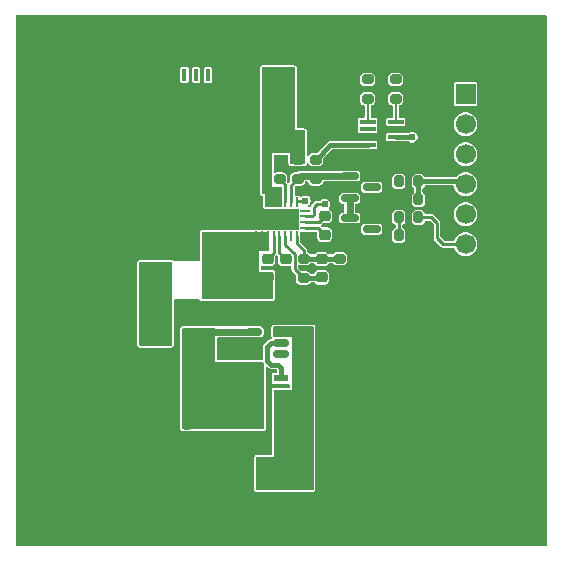
<source format=gbr>
%TF.GenerationSoftware,KiCad,Pcbnew,9.0.4*%
%TF.CreationDate,2025-10-02T13:36:02-04:00*%
%TF.ProjectId,MPPT-dev,4d505054-2d64-4657-962e-6b696361645f,rev?*%
%TF.SameCoordinates,Original*%
%TF.FileFunction,Copper,L1,Top*%
%TF.FilePolarity,Positive*%
%FSLAX46Y46*%
G04 Gerber Fmt 4.6, Leading zero omitted, Abs format (unit mm)*
G04 Created by KiCad (PCBNEW 9.0.4) date 2025-10-02 13:36:02*
%MOMM*%
%LPD*%
G01*
G04 APERTURE LIST*
G04 Aperture macros list*
%AMRoundRect*
0 Rectangle with rounded corners*
0 $1 Rounding radius*
0 $2 $3 $4 $5 $6 $7 $8 $9 X,Y pos of 4 corners*
0 Add a 4 corners polygon primitive as box body*
4,1,4,$2,$3,$4,$5,$6,$7,$8,$9,$2,$3,0*
0 Add four circle primitives for the rounded corners*
1,1,$1+$1,$2,$3*
1,1,$1+$1,$4,$5*
1,1,$1+$1,$6,$7*
1,1,$1+$1,$8,$9*
0 Add four rect primitives between the rounded corners*
20,1,$1+$1,$2,$3,$4,$5,0*
20,1,$1+$1,$4,$5,$6,$7,0*
20,1,$1+$1,$6,$7,$8,$9,0*
20,1,$1+$1,$8,$9,$2,$3,0*%
G04 Aperture macros list end*
%TA.AperFunction,SMDPad,CuDef*%
%ADD10RoundRect,0.150000X-0.512500X-0.150000X0.512500X-0.150000X0.512500X0.150000X-0.512500X0.150000X0*%
%TD*%
%TA.AperFunction,SMDPad,CuDef*%
%ADD11RoundRect,0.225000X0.225000X0.250000X-0.225000X0.250000X-0.225000X-0.250000X0.225000X-0.250000X0*%
%TD*%
%TA.AperFunction,ComponentPad*%
%ADD12R,1.700000X1.700000*%
%TD*%
%TA.AperFunction,ComponentPad*%
%ADD13C,1.700000*%
%TD*%
%TA.AperFunction,SMDPad,CuDef*%
%ADD14RoundRect,0.225000X-0.250000X0.225000X-0.250000X-0.225000X0.250000X-0.225000X0.250000X0.225000X0*%
%TD*%
%TA.AperFunction,SMDPad,CuDef*%
%ADD15R,0.400000X1.000000*%
%TD*%
%TA.AperFunction,SMDPad,CuDef*%
%ADD16R,2.000000X1.300000*%
%TD*%
%TA.AperFunction,SMDPad,CuDef*%
%ADD17RoundRect,0.200000X-0.275000X0.200000X-0.275000X-0.200000X0.275000X-0.200000X0.275000X0.200000X0*%
%TD*%
%TA.AperFunction,SMDPad,CuDef*%
%ADD18RoundRect,0.200000X0.275000X-0.200000X0.275000X0.200000X-0.275000X0.200000X-0.275000X-0.200000X0*%
%TD*%
%TA.AperFunction,SMDPad,CuDef*%
%ADD19RoundRect,0.200000X-0.200000X-0.275000X0.200000X-0.275000X0.200000X0.275000X-0.200000X0.275000X0*%
%TD*%
%TA.AperFunction,SMDPad,CuDef*%
%ADD20RoundRect,0.200000X0.200000X0.275000X-0.200000X0.275000X-0.200000X-0.275000X0.200000X-0.275000X0*%
%TD*%
%TA.AperFunction,SMDPad,CuDef*%
%ADD21RoundRect,0.150000X-0.587500X-0.150000X0.587500X-0.150000X0.587500X0.150000X-0.587500X0.150000X0*%
%TD*%
%TA.AperFunction,SMDPad,CuDef*%
%ADD22R,0.254000X0.812800*%
%TD*%
%TA.AperFunction,SMDPad,CuDef*%
%ADD23R,0.812800X0.254000*%
%TD*%
%TA.AperFunction,SMDPad,CuDef*%
%ADD24R,3.759200X1.752600*%
%TD*%
%TA.AperFunction,SMDPad,CuDef*%
%ADD25R,2.565400X3.149600*%
%TD*%
%TA.AperFunction,SMDPad,CuDef*%
%ADD26R,1.320800X0.381000*%
%TD*%
%TA.AperFunction,SMDPad,CuDef*%
%ADD27R,1.270000X0.610000*%
%TD*%
%TA.AperFunction,SMDPad,CuDef*%
%ADD28R,3.810000X3.910000*%
%TD*%
%TA.AperFunction,SMDPad,CuDef*%
%ADD29R,1.020000X0.610000*%
%TD*%
%TA.AperFunction,ViaPad*%
%ADD30C,0.609600*%
%TD*%
%TA.AperFunction,Conductor*%
%ADD31C,0.254000*%
%TD*%
%TA.AperFunction,Conductor*%
%ADD32C,0.584200*%
%TD*%
%TA.AperFunction,Conductor*%
%ADD33C,0.381000*%
%TD*%
%TA.AperFunction,Conductor*%
%ADD34C,0.203200*%
%TD*%
%TA.AperFunction,Conductor*%
%ADD35C,0.406400*%
%TD*%
%TA.AperFunction,Conductor*%
%ADD36C,0.635000*%
%TD*%
G04 APERTURE END LIST*
D10*
%TO.P,U1,1,VIN*%
%TO.N,/MPPT/BIAS*%
X141102500Y-103418600D03*
%TO.P,U1,2,GND*%
%TO.N,GND*%
X141102500Y-104368600D03*
%TO.P,U1,3,CTL*%
X141102500Y-105318600D03*
%TO.P,U1,4,STAT*%
%TO.N,unconnected-(U1-STAT-Pad4)*%
X143377500Y-105318600D03*
%TO.P,U1,5,GATE*%
%TO.N,/MPPT/GATE*%
X143377500Y-104368600D03*
%TO.P,U1,6,SENSE*%
%TO.N,/BATTERY*%
X143377500Y-103418600D03*
%TD*%
D11*
%TO.P,C9,1*%
%TO.N,/MPPT/BIAS*%
X135445800Y-111201200D03*
%TO.P,C9,2*%
%TO.N,GND*%
X133895800Y-111201200D03*
%TD*%
D12*
%TO.P,J3,1,Pin_1*%
%TO.N,+3V3*%
X159004000Y-83312000D03*
D13*
%TO.P,J3,2,Pin_2*%
%TO.N,/SCL*%
X159004000Y-85852000D03*
%TO.P,J3,3,Pin_3*%
%TO.N,/SDA*%
X159004000Y-88392000D03*
%TO.P,J3,4,Pin_4*%
%TO.N,/VIN_RD*%
X159004000Y-90932000D03*
%TO.P,J3,5,Pin_5*%
%TO.N,/ICHG_RD*%
X159004000Y-93472000D03*
%TO.P,J3,6,Pin_6*%
%TO.N,/MODE*%
X159004000Y-96012000D03*
%TO.P,J3,7,Pin_7*%
%TO.N,GND*%
X159004000Y-98552000D03*
%TD*%
D14*
%TO.P,C3,1*%
%TO.N,/MPPT/INTVcc*%
X143756001Y-97269000D03*
%TO.P,C3,2*%
%TO.N,GND*%
X143756001Y-98819000D03*
%TD*%
D15*
%TO.P,J1,1,Pin_1*%
%TO.N,/D_VSOLAR1*%
X144200000Y-81682000D03*
%TO.P,J1,2,Pin_2*%
X143200000Y-81682000D03*
%TO.P,J1,3,Pin_3*%
X142200000Y-81682000D03*
%TO.P,J1,4,Pin_4*%
%TO.N,GND*%
X141200000Y-81682000D03*
%TO.P,J1,5,Pin_5*%
X140200000Y-81682000D03*
%TO.P,J1,6,Pin_6*%
X139200000Y-81682000D03*
%TO.P,J1,7,Pin_7*%
X138200000Y-81682000D03*
%TO.P,J1,8,Pin_8*%
%TO.N,unconnected-(J1-Pin_8-Pad8)*%
X137200000Y-81682000D03*
%TO.P,J1,9,Pin_9*%
%TO.N,unconnected-(J1-Pin_9-Pad9)*%
X136200000Y-81682000D03*
%TO.P,J1,10,Pin_10*%
%TO.N,unconnected-(J1-Pin_10-Pad10)*%
X135200000Y-81682000D03*
D16*
%TO.P,J1,MP,MountPin*%
%TO.N,GND*%
X147000000Y-78982000D03*
X132400000Y-78982000D03*
%TD*%
D14*
%TO.P,C6,1*%
%TO.N,/MPPT/FB*%
X146804001Y-97269000D03*
%TO.P,C6,2*%
%TO.N,/MPPT/BIAS*%
X146804001Y-98819000D03*
%TD*%
D11*
%TO.P,C1,1*%
%TO.N,/D_VSOLAR1*%
X142507000Y-85598000D03*
%TO.P,C1,2*%
%TO.N,GND*%
X140957000Y-85598000D03*
%TD*%
%TO.P,C7,1*%
%TO.N,/MPPT/BIAS*%
X135445800Y-106705400D03*
%TO.P,C7,2*%
%TO.N,GND*%
X133895800Y-106705400D03*
%TD*%
D17*
%TO.P,R1,1*%
%TO.N,/D_VSOLAR1*%
X144780000Y-88837000D03*
%TO.P,R1,2*%
%TO.N,/MPPT/MP_CTRL*%
X144780000Y-90487000D03*
%TD*%
D18*
%TO.P,R2,1*%
%TO.N,/MPPT/MP_CTRL*%
X146304000Y-90487000D03*
%TO.P,R2,2*%
%TO.N,/MPPT/A*%
X146304000Y-88837000D03*
%TD*%
D19*
%TO.P,R4,1*%
%TO.N,GND*%
X153353000Y-92202000D03*
%TO.P,R4,2*%
%TO.N,/VIN_RD*%
X155003000Y-92202000D03*
%TD*%
D17*
%TO.P,R6,1*%
%TO.N,+3V3*%
X153085800Y-82050001D03*
%TO.P,R6,2*%
%TO.N,/SCL*%
X153085800Y-83700001D03*
%TD*%
D20*
%TO.P,R8,1*%
%TO.N,/MODE*%
X155003000Y-93726000D03*
%TO.P,R8,2*%
%TO.N,/MPPT/SYNC*%
X153353000Y-93726000D03*
%TD*%
D21*
%TO.P,D2,1,K*%
%TO.N,Net-(D1-A)*%
X149176500Y-93792000D03*
%TO.P,D2,2,A*%
%TO.N,GND*%
X149176500Y-95692000D03*
%TO.P,D2,3,K*%
%TO.N,unconnected-(D2-K-Pad3)*%
X151051500Y-94742000D03*
%TD*%
D11*
%TO.P,C8,1*%
%TO.N,/MPPT/BIAS*%
X135445800Y-108204000D03*
%TO.P,C8,2*%
%TO.N,GND*%
X133895800Y-108204000D03*
%TD*%
D12*
%TO.P,J2,1,Pin_1*%
%TO.N,GND*%
X139695000Y-115798600D03*
D13*
%TO.P,J2,2,Pin_2*%
%TO.N,/BATTERY*%
X142235000Y-115798600D03*
%TD*%
D18*
%TO.P,R7,1*%
%TO.N,/MPPT/RT*%
X143256000Y-90487000D03*
%TO.P,R7,2*%
%TO.N,GND*%
X143256000Y-88837000D03*
%TD*%
D22*
%TO.P,U2,1,SYNC*%
%TO.N,/MPPT/SYNC*%
X144740000Y-92456000D03*
%TO.P,U2,2,TR/SS*%
%TO.N,/MPPT/MP_CTRL*%
X144240001Y-92456000D03*
%TO.P,U2,3,RT*%
%TO.N,/MPPT/RT*%
X143740002Y-92456000D03*
%TO.P,U2,4,EN/UV*%
%TO.N,/D_VSOLAR1*%
X143240001Y-92456000D03*
%TO.P,U2,5,VIN*%
X142740001Y-92456000D03*
%TO.P,U2,6,VIN*%
X142240000Y-92456000D03*
%TO.P,U2,7,PGND*%
%TO.N,GND*%
X141740001Y-92456000D03*
%TO.P,U2,8,PGND*%
X141240002Y-92456000D03*
D23*
%TO.P,U2,9,NC*%
X140538901Y-93153799D03*
%TO.P,U2,10,NC*%
X140538901Y-93653800D03*
%TO.P,U2,11,NC*%
X140538901Y-94153800D03*
%TO.P,U2,12,NC*%
X140538901Y-94653801D03*
D22*
%TO.P,U2,13,SW*%
%TO.N,/MPPT/SW*%
X141240002Y-95351600D03*
%TO.P,U2,14,SW*%
X141740001Y-95351600D03*
%TO.P,U2,15,SW*%
X142240000Y-95351600D03*
%TO.P,U2,16,BST*%
%TO.N,/MPPT/BST*%
X142740001Y-95351600D03*
%TO.P,U2,17,INTVCC*%
%TO.N,/MPPT/INTVcc*%
X143240001Y-95351600D03*
%TO.P,U2,18,BIAS*%
%TO.N,/MPPT/BIAS*%
X143740002Y-95351600D03*
%TO.P,U2,19,PG*%
%TO.N,unconnected-(U2-PG-Pad19)*%
X144240001Y-95351600D03*
%TO.P,U2,20,FB*%
%TO.N,/MPPT/FB*%
X144740000Y-95351600D03*
D23*
%TO.P,U2,21,ISP*%
%TO.N,/MPPT/ISP*%
X145441101Y-94653801D03*
%TO.P,U2,22,ISN*%
%TO.N,/MPPT/BIAS*%
X145441101Y-94153800D03*
%TO.P,U2,23,IMON*%
%TO.N,/ICHG_RD*%
X145441101Y-93653800D03*
%TO.P,U2,24,ICTRL*%
%TO.N,unconnected-(U2-ICTRL-Pad24)*%
X145441101Y-93153799D03*
D24*
%TO.P,U2,25,GND*%
%TO.N,GND*%
X142990001Y-93903800D03*
%TD*%
D14*
%TO.P,C4,1*%
%TO.N,/MPPT/BST*%
X142232001Y-97269000D03*
%TO.P,C4,2*%
%TO.N,/MPPT/SW*%
X142232001Y-98819000D03*
%TD*%
D20*
%TO.P,R3,1*%
%TO.N,/VIN_RD*%
X155003000Y-90678000D03*
%TO.P,R3,2*%
%TO.N,/D_VSOLAR1*%
X153353000Y-90678000D03*
%TD*%
D19*
%TO.P,R10,1*%
%TO.N,/MPPT/ISP*%
X133744200Y-103860600D03*
%TO.P,R10,2*%
%TO.N,/MPPT/BIAS*%
X135394200Y-103860600D03*
%TD*%
D14*
%TO.P,C5,1*%
%TO.N,/MPPT/BIAS*%
X147066000Y-93636800D03*
%TO.P,C5,2*%
%TO.N,/MPPT/ISP*%
X147066000Y-95186800D03*
%TD*%
D11*
%TO.P,C2,1*%
%TO.N,/D_VSOLAR1*%
X142507000Y-84074000D03*
%TO.P,C2,2*%
%TO.N,GND*%
X140957000Y-84074000D03*
%TD*%
D17*
%TO.P,R12,1*%
%TO.N,/MPPT/FB*%
X145280001Y-97219000D03*
%TO.P,R12,2*%
%TO.N,/MPPT/BIAS*%
X145280001Y-98869000D03*
%TD*%
D19*
%TO.P,R9,1*%
%TO.N,/MPPT/SYNC*%
X153353000Y-95250000D03*
%TO.P,R9,2*%
%TO.N,GND*%
X155003000Y-95250000D03*
%TD*%
D25*
%TO.P,L1,1*%
%TO.N,/MPPT/SW*%
X137939401Y-99060000D03*
%TO.P,L1,2*%
%TO.N,/MPPT/ISP*%
X132808601Y-99060000D03*
%TD*%
D17*
%TO.P,R11,1*%
%TO.N,/MPPT/FB*%
X148328001Y-97219000D03*
%TO.P,R11,2*%
%TO.N,GND*%
X148328001Y-98869000D03*
%TD*%
%TO.P,R5,1*%
%TO.N,+3V3*%
X150698200Y-82050001D03*
%TO.P,R5,2*%
%TO.N,/SDA*%
X150698200Y-83700001D03*
%TD*%
D26*
%TO.P,U3,1,W*%
%TO.N,GND*%
X153085800Y-87588998D03*
%TO.P,U3,2,VDD*%
%TO.N,+3V3*%
X153085800Y-86939000D03*
%TO.P,U3,3,GND*%
%TO.N,GND*%
X153085800Y-86289000D03*
%TO.P,U3,4,SCL*%
%TO.N,/SCL*%
X153085800Y-85639002D03*
%TO.P,U3,5,SDA*%
%TO.N,/SDA*%
X150698200Y-85639002D03*
%TO.P,U3,6,AD0*%
%TO.N,unconnected-(U3-AD0-Pad6)*%
X150698200Y-86289000D03*
%TO.P,U3,7,B*%
%TO.N,GND*%
X150698200Y-86939000D03*
%TO.P,U3,8,A*%
%TO.N,/MPPT/A*%
X150698200Y-87588998D03*
%TD*%
D27*
%TO.P,Q13,1,S*%
%TO.N,/BATTERY*%
X143394201Y-111175800D03*
%TO.P,Q13,2,S*%
X143394200Y-109905800D03*
%TO.P,Q13,3,S*%
X143394200Y-108635800D03*
%TO.P,Q13,4,G*%
%TO.N,/MPPT/GATE*%
X143394201Y-107365800D03*
D28*
%TO.P,Q13,5,D*%
%TO.N,/MPPT/BIAS*%
X140034200Y-109270800D03*
D29*
X137929200Y-111175800D03*
X137929200Y-109905800D03*
X137929200Y-108635800D03*
X137929200Y-107365800D03*
%TD*%
D11*
%TO.P,C10,1*%
%TO.N,/MPPT/BIAS*%
X135445800Y-109702600D03*
%TO.P,C10,2*%
%TO.N,GND*%
X133895800Y-109702600D03*
%TD*%
D21*
%TO.P,D1,1,K*%
%TO.N,/MPPT/MP_CTRL*%
X149176500Y-90236000D03*
%TO.P,D1,2,A*%
%TO.N,Net-(D1-A)*%
X149176500Y-92136000D03*
%TO.P,D1,3,K*%
%TO.N,unconnected-(D1-K-Pad3)*%
X151051500Y-91186000D03*
%TD*%
D30*
%TO.N,GND*%
X148336000Y-101269800D03*
X136677400Y-93116400D03*
X137718800Y-91033600D03*
X141102500Y-104368600D03*
X143756001Y-98819000D03*
X142722600Y-101269800D03*
X140957000Y-84074000D03*
X147000000Y-78981999D03*
X141102500Y-105318599D03*
X143764000Y-101269800D03*
X143256000Y-88837000D03*
X133895800Y-106705400D03*
X138760200Y-94157800D03*
X144805400Y-100228400D03*
X132400000Y-78981999D03*
X153353000Y-92202000D03*
X137718800Y-89992200D03*
X144805400Y-101269800D03*
X141986000Y-93903800D03*
X154482800Y-86156800D03*
X142990001Y-93903800D03*
X140843000Y-91033600D03*
X136677400Y-91033600D03*
X136677400Y-94157800D03*
X149377400Y-101269800D03*
X138760200Y-93116400D03*
X138760200Y-91033600D03*
X139801600Y-89992200D03*
X136677400Y-89992200D03*
X148336000Y-100228400D03*
X140843000Y-89992200D03*
X136677400Y-92075000D03*
X133895800Y-111201200D03*
X143992600Y-93903800D03*
X137718800Y-92075000D03*
X143764000Y-100228400D03*
X145846800Y-100228400D03*
X149326600Y-86918800D03*
X139801600Y-92075000D03*
X150418800Y-100228400D03*
X154482800Y-87731600D03*
X133895800Y-108204000D03*
X139801600Y-91033600D03*
X133895800Y-109702600D03*
X149377400Y-100228400D03*
X138760200Y-92075000D03*
X138760200Y-89992200D03*
X137718800Y-94157800D03*
X140957000Y-85598000D03*
X137718800Y-93116400D03*
X145846800Y-101269800D03*
X150418800Y-101269800D03*
%TO.N,/MPPT/BIAS*%
X140034200Y-109270800D03*
X145280001Y-98869000D03*
X147066000Y-93636800D03*
%TO.N,/MPPT/ISP*%
X132808601Y-99060000D03*
X147066000Y-95186800D03*
%TO.N,/D_VSOLAR1*%
X144780000Y-88837000D03*
X153353000Y-90678000D03*
%TO.N,/SCL*%
X153085800Y-83700001D03*
%TO.N,/SDA*%
X150698200Y-83700001D03*
%TO.N,/MPPT/SYNC*%
X145440400Y-92329000D03*
X153353000Y-93726000D03*
%TO.N,/ICHG_RD*%
X147066000Y-92633800D03*
%TO.N,+3V3*%
X150698200Y-82050001D03*
X154477600Y-86939000D03*
X153085800Y-82050001D03*
%TD*%
D31*
%TO.N,/MPPT/INTVcc*%
X143240001Y-95351600D02*
X143240001Y-96753000D01*
X143240001Y-96753000D02*
X143756001Y-97269000D01*
%TO.N,/MPPT/BST*%
X142740001Y-95351600D02*
X142740001Y-96761000D01*
X142740001Y-96761000D02*
X142232001Y-97269000D01*
%TO.N,/MPPT/BIAS*%
X144524601Y-96823401D02*
X144524601Y-98113600D01*
X145441101Y-94153800D02*
X146549000Y-94153800D01*
D32*
X135836199Y-103418601D02*
X135394200Y-103860600D01*
D31*
X144524601Y-98113600D02*
X145280001Y-98869000D01*
D32*
X141102500Y-103418601D02*
X135836199Y-103418601D01*
D31*
X143740002Y-96038802D02*
X144524601Y-96823401D01*
D33*
X145280001Y-98869000D02*
X146754001Y-98869000D01*
D31*
X143740002Y-95351600D02*
X143740002Y-96038802D01*
X146549000Y-94153800D02*
X147066000Y-93636800D01*
X146754001Y-98869000D02*
X146804001Y-98819000D01*
%TO.N,/MPPT/ISP*%
X145441101Y-94653801D02*
X146533001Y-94653801D01*
X146533001Y-94653801D02*
X147066000Y-95186800D01*
D33*
%TO.N,/MPPT/FB*%
X145280001Y-97219000D02*
X146754001Y-97219000D01*
D31*
X145280001Y-96537401D02*
X145280001Y-97219000D01*
X146804001Y-97269000D02*
X146854001Y-97219000D01*
D33*
X146854001Y-97219000D02*
X148328001Y-97219000D01*
D31*
X146754001Y-97219000D02*
X146804001Y-97269000D01*
X144740000Y-95997400D02*
X145280001Y-96537401D01*
X144740000Y-95351600D02*
X144740000Y-95997400D01*
%TO.N,/MPPT/MP_CTRL*%
X144240001Y-91026999D02*
X144780000Y-90487000D01*
X144240001Y-92456000D02*
X144240001Y-91026999D01*
D32*
X145031000Y-90236000D02*
X149176500Y-90236000D01*
X144780000Y-90487000D02*
X145031000Y-90236000D01*
D34*
%TO.N,/SCL*%
X153085800Y-83725401D02*
X153085800Y-85639002D01*
%TO.N,/SDA*%
X150698200Y-83700001D02*
X150698200Y-85639002D01*
D35*
%TO.N,/MPPT/GATE*%
X143394201Y-106462601D02*
X143394201Y-107365800D01*
X142544800Y-104368600D02*
X142214600Y-104698800D01*
X142214600Y-105867200D02*
X142544800Y-106197400D01*
X142544800Y-106197400D02*
X143129000Y-106197400D01*
X143377500Y-104368600D02*
X142544800Y-104368600D01*
X143129000Y-106197400D02*
X143394201Y-106462601D01*
X142214600Y-104698800D02*
X142214600Y-105867200D01*
D33*
%TO.N,/VIN_RD*%
X158750000Y-90678000D02*
X159004000Y-90932000D01*
X155003000Y-90678000D02*
X158750000Y-90678000D01*
X155003000Y-90678000D02*
X155003000Y-92202000D01*
D31*
%TO.N,/MPPT/RT*%
X143740002Y-90971002D02*
X143256000Y-90487000D01*
X143740002Y-92456000D02*
X143740002Y-90971002D01*
%TO.N,/MPPT/SYNC*%
X153353000Y-95250000D02*
X153353000Y-93726000D01*
X144740000Y-92329000D02*
X145440400Y-92329000D01*
%TO.N,/MODE*%
X156108400Y-93726000D02*
X156591000Y-94208600D01*
X157099000Y-96012000D02*
X159004000Y-96012000D01*
X155003000Y-93726000D02*
X156108400Y-93726000D01*
X156591000Y-95504000D02*
X157099000Y-96012000D01*
X156591000Y-94208600D02*
X156591000Y-95504000D01*
D33*
%TO.N,/MPPT/A*%
X147552002Y-87588998D02*
X146304000Y-88837000D01*
X150698200Y-87588998D02*
X147552002Y-87588998D01*
D31*
%TO.N,/ICHG_RD*%
X147066000Y-92633800D02*
X146380200Y-92633800D01*
X146177000Y-93497400D02*
X146020600Y-93653800D01*
X146020600Y-93653800D02*
X145441101Y-93653800D01*
X146380200Y-92633800D02*
X146177000Y-92837000D01*
X146177000Y-92837000D02*
X146177000Y-93497400D01*
D32*
%TO.N,Net-(D1-A)*%
X149176500Y-92178900D02*
X149176500Y-93749100D01*
D36*
X149174200Y-92176600D02*
X149176500Y-92178900D01*
X149176500Y-93749100D02*
X149174200Y-93751400D01*
D33*
%TO.N,+3V3*%
X154477600Y-86939000D02*
X153085800Y-86939000D01*
%TD*%
%TA.AperFunction,Conductor*%
%TO.N,/D_VSOLAR1*%
G36*
X144524538Y-81043593D02*
G01*
X144550258Y-81088142D01*
X144551400Y-81101200D01*
X144551400Y-86360000D01*
X145339800Y-86360000D01*
X145388138Y-86377593D01*
X145413858Y-86422142D01*
X145415000Y-86435200D01*
X145415000Y-89155000D01*
X145397407Y-89203338D01*
X145352858Y-89229058D01*
X145339800Y-89230200D01*
X144220200Y-89230200D01*
X144171862Y-89212607D01*
X144146142Y-89168058D01*
X144145000Y-89155000D01*
X144145000Y-88290400D01*
X143613182Y-88290400D01*
X143602339Y-88289614D01*
X143564502Y-88284100D01*
X143564494Y-88284100D01*
X142947506Y-88284100D01*
X142947497Y-88284100D01*
X142909661Y-88289614D01*
X142898818Y-88290400D01*
X142621000Y-88290400D01*
X142621000Y-91135200D01*
X143384902Y-91135200D01*
X143433240Y-91152793D01*
X143458960Y-91197342D01*
X143460102Y-91210400D01*
X143460102Y-92799400D01*
X143442509Y-92847738D01*
X143397960Y-92873458D01*
X143384902Y-92874600D01*
X142095100Y-92874600D01*
X142046762Y-92857007D01*
X142021042Y-92812458D01*
X142019900Y-92799400D01*
X142019900Y-92034544D01*
X142019900Y-92034543D01*
X142011029Y-91989942D01*
X142008030Y-91985454D01*
X141998672Y-91971447D01*
X141986000Y-91929670D01*
X141986000Y-91744800D01*
X141807200Y-91744800D01*
X141758862Y-91727207D01*
X141733142Y-91682658D01*
X141732000Y-91669600D01*
X141732000Y-81101200D01*
X141749593Y-81052862D01*
X141794142Y-81027142D01*
X141807200Y-81026000D01*
X144476200Y-81026000D01*
X144524538Y-81043593D01*
G37*
%TD.AperFunction*%
%TD*%
%TA.AperFunction,Conductor*%
%TO.N,/MPPT/SW*%
G36*
X142365538Y-94962793D02*
G01*
X142391258Y-95007342D01*
X142392400Y-95020400D01*
X142392400Y-96470200D01*
X142374807Y-96518538D01*
X142330258Y-96544258D01*
X142317200Y-96545400D01*
X141503400Y-96545400D01*
X141503400Y-98348800D01*
X142647400Y-98348800D01*
X142695738Y-98366393D01*
X142721458Y-98410942D01*
X142722600Y-98424000D01*
X142722600Y-100559600D01*
X142705007Y-100607938D01*
X142660458Y-100633658D01*
X142647400Y-100634800D01*
X136727200Y-100634800D01*
X136678862Y-100617207D01*
X136653142Y-100572658D01*
X136652000Y-100559600D01*
X136652000Y-95020400D01*
X136669593Y-94972062D01*
X136714142Y-94946342D01*
X136727200Y-94945200D01*
X142317200Y-94945200D01*
X142365538Y-94962793D01*
G37*
%TD.AperFunction*%
%TD*%
%TA.AperFunction,Conductor*%
%TO.N,/MPPT/ISP*%
G36*
X134110538Y-97502793D02*
G01*
X134136258Y-97547342D01*
X134137400Y-97560400D01*
X134137400Y-104521993D01*
X134119807Y-104570331D01*
X134075258Y-104596051D01*
X134062194Y-104597193D01*
X131443994Y-104596971D01*
X131395657Y-104579373D01*
X131369941Y-104534823D01*
X131368800Y-104521771D01*
X131368800Y-97560400D01*
X131386393Y-97512062D01*
X131430942Y-97486342D01*
X131444000Y-97485200D01*
X134062200Y-97485200D01*
X134110538Y-97502793D01*
G37*
%TD.AperFunction*%
%TD*%
%TA.AperFunction,Conductor*%
%TO.N,/MPPT/BIAS*%
G36*
X137793538Y-103141593D02*
G01*
X137819258Y-103186142D01*
X137820400Y-103199200D01*
X137820400Y-105994200D01*
X141833317Y-105994200D01*
X141881655Y-106011793D01*
X141893029Y-106025349D01*
X141898442Y-106031800D01*
X141925125Y-106078016D01*
X141935200Y-106115616D01*
X141935200Y-111608600D01*
X141917607Y-111656938D01*
X141873058Y-111682658D01*
X141860000Y-111683800D01*
X135050800Y-111683800D01*
X135002462Y-111666207D01*
X134976742Y-111621658D01*
X134975600Y-111608600D01*
X134975600Y-103199200D01*
X134993193Y-103150862D01*
X135037742Y-103125142D01*
X135050800Y-103124000D01*
X137745200Y-103124000D01*
X137793538Y-103141593D01*
G37*
%TD.AperFunction*%
%TD*%
%TA.AperFunction,Conductor*%
%TO.N,/BATTERY*%
G36*
X144272000Y-116814600D02*
G01*
X141299200Y-116814600D01*
X141250862Y-116797007D01*
X141225142Y-116752458D01*
X141224000Y-116739400D01*
X141224000Y-114095800D01*
X141241593Y-114047462D01*
X141286142Y-114021742D01*
X141299200Y-114020600D01*
X142748000Y-114020600D01*
X142748000Y-108406200D01*
X142765593Y-108357862D01*
X142810142Y-108332142D01*
X142823200Y-108331000D01*
X144272000Y-108331000D01*
X144272000Y-116814600D01*
G37*
%TD.AperFunction*%
%TD*%
%TA.AperFunction,Conductor*%
%TO.N,/BATTERY*%
G36*
X146099338Y-102989193D02*
G01*
X146125058Y-103033742D01*
X146126200Y-103046800D01*
X146126200Y-116739400D01*
X146108607Y-116787738D01*
X146064058Y-116813458D01*
X146051000Y-116814600D01*
X144272000Y-116814600D01*
X144272000Y-103860600D01*
X142797800Y-103860600D01*
X142749462Y-103843007D01*
X142723742Y-103798458D01*
X142722600Y-103785400D01*
X142722600Y-103046800D01*
X142740193Y-102998462D01*
X142784742Y-102972742D01*
X142797800Y-102971600D01*
X146051000Y-102971600D01*
X146099338Y-102989193D01*
G37*
%TD.AperFunction*%
%TD*%
%TA.AperFunction,Conductor*%
%TO.N,GND*%
G36*
X165834638Y-76649893D02*
G01*
X165860358Y-76694442D01*
X165861500Y-76707500D01*
X165861500Y-121514100D01*
X165843907Y-121562438D01*
X165799358Y-121588158D01*
X165786300Y-121589300D01*
X120979700Y-121589300D01*
X120931362Y-121571707D01*
X120905642Y-121527158D01*
X120904500Y-121514100D01*
X120904500Y-97560395D01*
X131210900Y-97560395D01*
X131210900Y-104521760D01*
X131211501Y-104535542D01*
X131212639Y-104548568D01*
X131212642Y-104548579D01*
X131233189Y-104613762D01*
X131258905Y-104658312D01*
X131274690Y-104680859D01*
X131303334Y-104700920D01*
X131341637Y-104727745D01*
X131341638Y-104727745D01*
X131341639Y-104727746D01*
X131389976Y-104745344D01*
X131443977Y-104754871D01*
X131443979Y-104754871D01*
X131444423Y-104754871D01*
X134062181Y-104755093D01*
X134075945Y-104754493D01*
X134089009Y-104753351D01*
X134154207Y-104732797D01*
X134198756Y-104707077D01*
X134221304Y-104691288D01*
X134268185Y-104624334D01*
X134285778Y-104575996D01*
X134295299Y-104521997D01*
X134295300Y-104521997D01*
X134295300Y-104186896D01*
X134296086Y-104176050D01*
X134297100Y-104169094D01*
X134297100Y-103552106D01*
X134296085Y-103545144D01*
X134295300Y-103534303D01*
X134295300Y-103199195D01*
X134817700Y-103199195D01*
X134817700Y-103199200D01*
X134817700Y-111608600D01*
X134818047Y-111616564D01*
X134818300Y-111622365D01*
X134819213Y-111632803D01*
X134819442Y-111635415D01*
X134839996Y-111700607D01*
X134865715Y-111745155D01*
X134865718Y-111745159D01*
X134881505Y-111767704D01*
X134948456Y-111814583D01*
X134948457Y-111814583D01*
X134948459Y-111814585D01*
X134996797Y-111832178D01*
X135050795Y-111841699D01*
X135050796Y-111841700D01*
X135050800Y-111841700D01*
X141859990Y-111841700D01*
X141860000Y-111841700D01*
X141873757Y-111841100D01*
X141886815Y-111839958D01*
X141952007Y-111819404D01*
X141996556Y-111793684D01*
X142019104Y-111777895D01*
X142065985Y-111710941D01*
X142083578Y-111662603D01*
X142093099Y-111608604D01*
X142093100Y-111608604D01*
X142093100Y-106430850D01*
X142100842Y-106409577D01*
X142106700Y-106387717D01*
X142109516Y-106385744D01*
X142110693Y-106382512D01*
X142130298Y-106371192D01*
X142148837Y-106358212D01*
X142152263Y-106358511D01*
X142155242Y-106356792D01*
X142177535Y-106360723D01*
X142200081Y-106362696D01*
X142203904Y-106365373D01*
X142205900Y-106365725D01*
X142221463Y-106377668D01*
X142221472Y-106377674D01*
X142259847Y-106416049D01*
X142259849Y-106416051D01*
X142326149Y-106482351D01*
X142326150Y-106482352D01*
X142407342Y-106529229D01*
X142407346Y-106529231D01*
X142407350Y-106529233D01*
X142497919Y-106553500D01*
X142950350Y-106553500D01*
X142965777Y-106559115D01*
X142982131Y-106560546D01*
X142995575Y-106569960D01*
X142998688Y-106571093D01*
X143003524Y-106575526D01*
X143016075Y-106588077D01*
X143037815Y-106634697D01*
X143038101Y-106641251D01*
X143038101Y-106832700D01*
X143020508Y-106881038D01*
X142975959Y-106906758D01*
X142962901Y-106907900D01*
X142744145Y-106907900D01*
X142744143Y-106907901D01*
X142699541Y-106916772D01*
X142648968Y-106950564D01*
X142615173Y-107001142D01*
X142615172Y-107001143D01*
X142606301Y-107045742D01*
X142606301Y-107685855D01*
X142606302Y-107685857D01*
X142615173Y-107730459D01*
X142648965Y-107781032D01*
X142648966Y-107781032D01*
X142648967Y-107781034D01*
X142699543Y-107814828D01*
X142744144Y-107823700D01*
X144038900Y-107823699D01*
X144087238Y-107841292D01*
X144112958Y-107885841D01*
X144114100Y-107898899D01*
X144114100Y-108097900D01*
X144096507Y-108146238D01*
X144051958Y-108171958D01*
X144038900Y-108173100D01*
X142823200Y-108173100D01*
X142809443Y-108173700D01*
X142809436Y-108173700D01*
X142809427Y-108173701D01*
X142796383Y-108174841D01*
X142792364Y-108175641D01*
X142792287Y-108175258D01*
X142775113Y-108177900D01*
X142744144Y-108177900D01*
X142744141Y-108177901D01*
X142699540Y-108186772D01*
X142648967Y-108220564D01*
X142615172Y-108271142D01*
X142615171Y-108271143D01*
X142606300Y-108315742D01*
X142606300Y-108320590D01*
X142601766Y-108346304D01*
X142599622Y-108352197D01*
X142599621Y-108352201D01*
X142590100Y-108406200D01*
X142590100Y-113787500D01*
X142572507Y-113835838D01*
X142527958Y-113861558D01*
X142514900Y-113862700D01*
X141299200Y-113862700D01*
X141291959Y-113863015D01*
X141285434Y-113863300D01*
X141273690Y-113864327D01*
X141272385Y-113864442D01*
X141207193Y-113884996D01*
X141207192Y-113884996D01*
X141162644Y-113910715D01*
X141162640Y-113910718D01*
X141140095Y-113926505D01*
X141093216Y-113993455D01*
X141075621Y-114041797D01*
X141066100Y-114095795D01*
X141066100Y-114095800D01*
X141066100Y-116739400D01*
X141066447Y-116747364D01*
X141066700Y-116753165D01*
X141067613Y-116763603D01*
X141067842Y-116766215D01*
X141088396Y-116831407D01*
X141114115Y-116875955D01*
X141114118Y-116875959D01*
X141129905Y-116898504D01*
X141196856Y-116945383D01*
X141196857Y-116945383D01*
X141196859Y-116945385D01*
X141245197Y-116962978D01*
X141299195Y-116972499D01*
X141299196Y-116972500D01*
X141299200Y-116972500D01*
X146050990Y-116972500D01*
X146051000Y-116972500D01*
X146064757Y-116971900D01*
X146077815Y-116970758D01*
X146143007Y-116950204D01*
X146187556Y-116924484D01*
X146210104Y-116908695D01*
X146256985Y-116841741D01*
X146274578Y-116793403D01*
X146284099Y-116739404D01*
X146284100Y-116739404D01*
X146284100Y-103046810D01*
X146284100Y-103046800D01*
X146283500Y-103033043D01*
X146282358Y-103019985D01*
X146261804Y-102954793D01*
X146236084Y-102910244D01*
X146220295Y-102887696D01*
X146205741Y-102877505D01*
X146153343Y-102840816D01*
X146153344Y-102840816D01*
X146105002Y-102823221D01*
X146051004Y-102813700D01*
X146051000Y-102813700D01*
X142797800Y-102813700D01*
X142790559Y-102814015D01*
X142784034Y-102814300D01*
X142772290Y-102815327D01*
X142770985Y-102815442D01*
X142705793Y-102835996D01*
X142705792Y-102835996D01*
X142661244Y-102861715D01*
X142661240Y-102861718D01*
X142638695Y-102877505D01*
X142591816Y-102944455D01*
X142574221Y-102992797D01*
X142564700Y-103046795D01*
X142564700Y-103196615D01*
X142564199Y-103205280D01*
X142562100Y-103223374D01*
X142562100Y-103613824D01*
X142564199Y-103631918D01*
X142564700Y-103640584D01*
X142564700Y-103785389D01*
X142565300Y-103799165D01*
X142566213Y-103809603D01*
X142566442Y-103812215D01*
X142586996Y-103877407D01*
X142586997Y-103877408D01*
X142586998Y-103877412D01*
X142599867Y-103899702D01*
X142608798Y-103950360D01*
X142583077Y-103994908D01*
X142534741Y-104012500D01*
X142497919Y-104012500D01*
X142473653Y-104019001D01*
X142407351Y-104036766D01*
X142407342Y-104036770D01*
X142326150Y-104083647D01*
X142264139Y-104145658D01*
X142264138Y-104145657D01*
X142264133Y-104145662D01*
X142264134Y-104145663D01*
X142259847Y-104149949D01*
X142259847Y-104149950D01*
X141995949Y-104413848D01*
X141985373Y-104424425D01*
X141985372Y-104424425D01*
X141929648Y-104480148D01*
X141882770Y-104561342D01*
X141882766Y-104561351D01*
X141858500Y-104651920D01*
X141858500Y-105761100D01*
X141840907Y-105809438D01*
X141796358Y-105835158D01*
X141783300Y-105836300D01*
X138053500Y-105836300D01*
X138005162Y-105818707D01*
X137979442Y-105774158D01*
X137978300Y-105761100D01*
X137978300Y-103938801D01*
X137995893Y-103890463D01*
X138040442Y-103864743D01*
X138053500Y-103863601D01*
X140492352Y-103863601D01*
X140513713Y-103868107D01*
X140513994Y-103867077D01*
X140519448Y-103868561D01*
X140519450Y-103868562D01*
X140544774Y-103871500D01*
X140544776Y-103871500D01*
X141660224Y-103871500D01*
X141660226Y-103871500D01*
X141685550Y-103868562D01*
X141789145Y-103822820D01*
X141869220Y-103742745D01*
X141914962Y-103639150D01*
X141917900Y-103613826D01*
X141917900Y-103223374D01*
X141914962Y-103198050D01*
X141869220Y-103094455D01*
X141869219Y-103094454D01*
X141869217Y-103094451D01*
X141789148Y-103014382D01*
X141789145Y-103014380D01*
X141685548Y-102968637D01*
X141666100Y-102966381D01*
X141660226Y-102965700D01*
X140544774Y-102965700D01*
X140527891Y-102967658D01*
X140519449Y-102968638D01*
X140513992Y-102970123D01*
X140513711Y-102969093D01*
X140492347Y-102973601D01*
X137794322Y-102973601D01*
X137781264Y-102972459D01*
X137755079Y-102967842D01*
X137745200Y-102966100D01*
X135050800Y-102966100D01*
X135043559Y-102966415D01*
X135037034Y-102966700D01*
X135025290Y-102967727D01*
X135023985Y-102967842D01*
X134958793Y-102988396D01*
X134958792Y-102988396D01*
X134914244Y-103014115D01*
X134914240Y-103014118D01*
X134891695Y-103029905D01*
X134844816Y-103096855D01*
X134827221Y-103145197D01*
X134817700Y-103199195D01*
X134295300Y-103199195D01*
X134295300Y-100760800D01*
X134312893Y-100712462D01*
X134357442Y-100686742D01*
X134370500Y-100685600D01*
X136466559Y-100685600D01*
X136514897Y-100703193D01*
X136529085Y-100719021D01*
X136546465Y-100745032D01*
X136546466Y-100745032D01*
X136546467Y-100745034D01*
X136597043Y-100778828D01*
X136641644Y-100787700D01*
X136692263Y-100787699D01*
X136705321Y-100788841D01*
X136717322Y-100790958D01*
X136727199Y-100792700D01*
X136727200Y-100792700D01*
X142647390Y-100792700D01*
X142647400Y-100792700D01*
X142661157Y-100792100D01*
X142674215Y-100790958D01*
X142739407Y-100770404D01*
X142783956Y-100744684D01*
X142806504Y-100728895D01*
X142853385Y-100661941D01*
X142870978Y-100613603D01*
X142880499Y-100559604D01*
X142880500Y-100559604D01*
X142880500Y-98424010D01*
X142880500Y-98424000D01*
X142879900Y-98410243D01*
X142878758Y-98397185D01*
X142858204Y-98331993D01*
X142832484Y-98287444D01*
X142816695Y-98264896D01*
X142816694Y-98264895D01*
X142749743Y-98218016D01*
X142749744Y-98218016D01*
X142701402Y-98200421D01*
X142647404Y-98190900D01*
X142647400Y-98190900D01*
X141736500Y-98190900D01*
X141688162Y-98173307D01*
X141662442Y-98128758D01*
X141661300Y-98115700D01*
X141661300Y-97878327D01*
X141678893Y-97829989D01*
X141723442Y-97804269D01*
X141769525Y-97810767D01*
X141872682Y-97861198D01*
X141946138Y-97871900D01*
X142517863Y-97871899D01*
X142591320Y-97861198D01*
X142704626Y-97805806D01*
X142793807Y-97716625D01*
X142849199Y-97603319D01*
X142852597Y-97579993D01*
X142859900Y-97529873D01*
X142859900Y-97529869D01*
X142859901Y-97529863D01*
X142859900Y-97068087D01*
X142865515Y-97052660D01*
X142866946Y-97036307D01*
X142876360Y-97022862D01*
X142877493Y-97019750D01*
X142881926Y-97014914D01*
X142940827Y-96956013D01*
X142987447Y-96934273D01*
X143037134Y-96947587D01*
X143047175Y-96956012D01*
X143106075Y-97014912D01*
X143127815Y-97061531D01*
X143128101Y-97068086D01*
X143128101Y-97529858D01*
X143128102Y-97529863D01*
X143138802Y-97603317D01*
X143138803Y-97603318D01*
X143138803Y-97603319D01*
X143192811Y-97713795D01*
X143194196Y-97716627D01*
X143283373Y-97805804D01*
X143283374Y-97805804D01*
X143283376Y-97805806D01*
X143396682Y-97861198D01*
X143470138Y-97871900D01*
X144041863Y-97871899D01*
X144115320Y-97861198D01*
X144136473Y-97850856D01*
X144187625Y-97845432D01*
X144230297Y-97874156D01*
X144244701Y-97918415D01*
X144244701Y-98076750D01*
X144244701Y-98150450D01*
X144250826Y-98173307D01*
X144263776Y-98221638D01*
X144288751Y-98264895D01*
X144300625Y-98285462D01*
X144630075Y-98614912D01*
X144651815Y-98661532D01*
X144652101Y-98668086D01*
X144652101Y-99102502D01*
X144662095Y-99171088D01*
X144713823Y-99276900D01*
X144797100Y-99360177D01*
X144797101Y-99360177D01*
X144797103Y-99360179D01*
X144902913Y-99411906D01*
X144953181Y-99419230D01*
X144971498Y-99421899D01*
X144971503Y-99421899D01*
X144971507Y-99421900D01*
X144971509Y-99421900D01*
X145588493Y-99421900D01*
X145588495Y-99421900D01*
X145588499Y-99421899D01*
X145588503Y-99421899D01*
X145598246Y-99420479D01*
X145657089Y-99411906D01*
X145762899Y-99360179D01*
X145846180Y-99276898D01*
X145857094Y-99254573D01*
X145894129Y-99218874D01*
X145924653Y-99212400D01*
X146168744Y-99212400D01*
X146217082Y-99229993D01*
X146236303Y-99254573D01*
X146242194Y-99266625D01*
X146331373Y-99355804D01*
X146331374Y-99355804D01*
X146331376Y-99355806D01*
X146444682Y-99411198D01*
X146518138Y-99421900D01*
X147089863Y-99421899D01*
X147163320Y-99411198D01*
X147276626Y-99355806D01*
X147365807Y-99266625D01*
X147421199Y-99153319D01*
X147431901Y-99079863D01*
X147431900Y-98558138D01*
X147421199Y-98484681D01*
X147365807Y-98371375D01*
X147365805Y-98371373D01*
X147365805Y-98371372D01*
X147276628Y-98282195D01*
X147241240Y-98264895D01*
X147163320Y-98226802D01*
X147163319Y-98226801D01*
X147089868Y-98216100D01*
X146518142Y-98216100D01*
X146518137Y-98216101D01*
X146444683Y-98226801D01*
X146444681Y-98226802D01*
X146331373Y-98282195D01*
X146242196Y-98371372D01*
X146187416Y-98483428D01*
X146150381Y-98519127D01*
X146119857Y-98525600D01*
X145924653Y-98525600D01*
X145876315Y-98508007D01*
X145857094Y-98483427D01*
X145856589Y-98482395D01*
X145846180Y-98461102D01*
X145846179Y-98461101D01*
X145846178Y-98461099D01*
X145762901Y-98377822D01*
X145749707Y-98371372D01*
X145657089Y-98326094D01*
X145588503Y-98316100D01*
X145588495Y-98316100D01*
X145154087Y-98316100D01*
X145105749Y-98298507D01*
X145100913Y-98294074D01*
X144826527Y-98019688D01*
X144819589Y-98004811D01*
X144809036Y-97992234D01*
X144806185Y-97976066D01*
X144804787Y-97973068D01*
X144804501Y-97966514D01*
X144804501Y-97833441D01*
X144822094Y-97785103D01*
X144866643Y-97759383D01*
X144897101Y-97761292D01*
X144897135Y-97761064D01*
X144899916Y-97761469D01*
X144901906Y-97761594D01*
X144902906Y-97761902D01*
X144902913Y-97761906D01*
X144947620Y-97768419D01*
X144971498Y-97771899D01*
X144971503Y-97771899D01*
X144971507Y-97771900D01*
X144971509Y-97771900D01*
X145588493Y-97771900D01*
X145588495Y-97771900D01*
X145588499Y-97771899D01*
X145588503Y-97771899D01*
X145598246Y-97770479D01*
X145657089Y-97761906D01*
X145762899Y-97710179D01*
X145846180Y-97626898D01*
X145857094Y-97604573D01*
X145894129Y-97568874D01*
X145924653Y-97562400D01*
X146119857Y-97562400D01*
X146168195Y-97579993D01*
X146187414Y-97604570D01*
X146242195Y-97716625D01*
X146242196Y-97716627D01*
X146331373Y-97805804D01*
X146331374Y-97805804D01*
X146331376Y-97805806D01*
X146444682Y-97861198D01*
X146518138Y-97871900D01*
X147089863Y-97871899D01*
X147163320Y-97861198D01*
X147276626Y-97805806D01*
X147365807Y-97716625D01*
X147420586Y-97604571D01*
X147457621Y-97568873D01*
X147488145Y-97562400D01*
X147683349Y-97562400D01*
X147731687Y-97579993D01*
X147750908Y-97604573D01*
X147761822Y-97626898D01*
X147761823Y-97626900D01*
X147845100Y-97710177D01*
X147845101Y-97710177D01*
X147845103Y-97710179D01*
X147950913Y-97761906D01*
X148001181Y-97769230D01*
X148019498Y-97771899D01*
X148019503Y-97771899D01*
X148019507Y-97771900D01*
X148019509Y-97771900D01*
X148636493Y-97771900D01*
X148636495Y-97771900D01*
X148636499Y-97771899D01*
X148636503Y-97771899D01*
X148646246Y-97770479D01*
X148705089Y-97761906D01*
X148810899Y-97710179D01*
X148894180Y-97626898D01*
X148945907Y-97521088D01*
X148955901Y-97452494D01*
X148955901Y-96985506D01*
X148945907Y-96916912D01*
X148894180Y-96811102D01*
X148894178Y-96811100D01*
X148894178Y-96811099D01*
X148810901Y-96727822D01*
X148810899Y-96727821D01*
X148705089Y-96676094D01*
X148636503Y-96666100D01*
X148636495Y-96666100D01*
X148019507Y-96666100D01*
X148019498Y-96666100D01*
X147950912Y-96676094D01*
X147845100Y-96727822D01*
X147761823Y-96811099D01*
X147761822Y-96811101D01*
X147750908Y-96833427D01*
X147713873Y-96869126D01*
X147683349Y-96875600D01*
X147439258Y-96875600D01*
X147390920Y-96858007D01*
X147371699Y-96833427D01*
X147365807Y-96821374D01*
X147276628Y-96732195D01*
X147267681Y-96727821D01*
X147163320Y-96676802D01*
X147163319Y-96676801D01*
X147089868Y-96666100D01*
X146518142Y-96666100D01*
X146518137Y-96666101D01*
X146444683Y-96676801D01*
X146444681Y-96676802D01*
X146331373Y-96732195D01*
X146242194Y-96821374D01*
X146236303Y-96833427D01*
X146199268Y-96869127D01*
X146168744Y-96875600D01*
X145924653Y-96875600D01*
X145876315Y-96858007D01*
X145857094Y-96833427D01*
X145851202Y-96821375D01*
X145846180Y-96811102D01*
X145846179Y-96811101D01*
X145846178Y-96811099D01*
X145762901Y-96727822D01*
X145762899Y-96727821D01*
X145657089Y-96676094D01*
X145650613Y-96675150D01*
X145624258Y-96671310D01*
X145578962Y-96646930D01*
X145559934Y-96599139D01*
X145559901Y-96596896D01*
X145559901Y-96500552D01*
X145559901Y-96500551D01*
X145540826Y-96429364D01*
X145503977Y-96365539D01*
X145451863Y-96313425D01*
X145041926Y-95903488D01*
X145020186Y-95856868D01*
X145019900Y-95850314D01*
X145019900Y-95308695D01*
X145019899Y-95308681D01*
X145019899Y-95008900D01*
X145037492Y-94960562D01*
X145082041Y-94934842D01*
X145095099Y-94933700D01*
X145395491Y-94933700D01*
X145395499Y-94933701D01*
X145404251Y-94933701D01*
X146362900Y-94933701D01*
X146411238Y-94951294D01*
X146436958Y-94995843D01*
X146438100Y-95008901D01*
X146438100Y-95447658D01*
X146438101Y-95447663D01*
X146448801Y-95521117D01*
X146448802Y-95521119D01*
X146504195Y-95634427D01*
X146593372Y-95723604D01*
X146593373Y-95723604D01*
X146593375Y-95723606D01*
X146706681Y-95778998D01*
X146780137Y-95789700D01*
X147351862Y-95789699D01*
X147425319Y-95778998D01*
X147538625Y-95723606D01*
X147627806Y-95634425D01*
X147683198Y-95521119D01*
X147693900Y-95447663D01*
X147693899Y-94925938D01*
X147683198Y-94852481D01*
X147627806Y-94739175D01*
X147627804Y-94739173D01*
X147627804Y-94739172D01*
X147538627Y-94649995D01*
X147495397Y-94628861D01*
X147446235Y-94604827D01*
X147425318Y-94594601D01*
X147351873Y-94583900D01*
X147351863Y-94583900D01*
X146890088Y-94583900D01*
X146874660Y-94578284D01*
X146858307Y-94576854D01*
X146844862Y-94567439D01*
X146841750Y-94566307D01*
X146836914Y-94561874D01*
X146821816Y-94546776D01*
X150161100Y-94546776D01*
X150161100Y-94937223D01*
X150164037Y-94962548D01*
X150209780Y-95066145D01*
X150209782Y-95066148D01*
X150289851Y-95146217D01*
X150289854Y-95146219D01*
X150289855Y-95146220D01*
X150393450Y-95191962D01*
X150418774Y-95194900D01*
X150418776Y-95194900D01*
X151684224Y-95194900D01*
X151684226Y-95194900D01*
X151709550Y-95191962D01*
X151813145Y-95146220D01*
X151893220Y-95066145D01*
X151938962Y-94962550D01*
X151941900Y-94937226D01*
X151941900Y-94546774D01*
X151938962Y-94521450D01*
X151893220Y-94417855D01*
X151893219Y-94417854D01*
X151893217Y-94417851D01*
X151813148Y-94337782D01*
X151813145Y-94337780D01*
X151709548Y-94292037D01*
X151690100Y-94289781D01*
X151684226Y-94289100D01*
X150418774Y-94289100D01*
X150413510Y-94289710D01*
X150393451Y-94292037D01*
X150289854Y-94337780D01*
X150289851Y-94337782D01*
X150209782Y-94417851D01*
X150209780Y-94417854D01*
X150164037Y-94521451D01*
X150161100Y-94546776D01*
X146821816Y-94546776D01*
X146740013Y-94464973D01*
X146718273Y-94418353D01*
X146731587Y-94368666D01*
X146740013Y-94358625D01*
X146836913Y-94261725D01*
X146883533Y-94239985D01*
X146890087Y-94239699D01*
X147351859Y-94239699D01*
X147351862Y-94239699D01*
X147425319Y-94228998D01*
X147538625Y-94173606D01*
X147627806Y-94084425D01*
X147683198Y-93971119D01*
X147693900Y-93897663D01*
X147693899Y-93375938D01*
X147683198Y-93302481D01*
X147627806Y-93189175D01*
X147627804Y-93189173D01*
X147627804Y-93189172D01*
X147538627Y-93099995D01*
X147437438Y-93050526D01*
X147401739Y-93013490D01*
X147398198Y-92962172D01*
X147417291Y-92929793D01*
X147432251Y-92914834D01*
X147492508Y-92810465D01*
X147523700Y-92694057D01*
X147523700Y-92573543D01*
X147492508Y-92457135D01*
X147432251Y-92352766D01*
X147432249Y-92352764D01*
X147432247Y-92352761D01*
X147347038Y-92267552D01*
X147347032Y-92267548D01*
X147242666Y-92207292D01*
X147203862Y-92196894D01*
X147126257Y-92176100D01*
X147005743Y-92176100D01*
X146947539Y-92191696D01*
X146889333Y-92207292D01*
X146784967Y-92267548D01*
X146784961Y-92267552D01*
X146720640Y-92331874D01*
X146674020Y-92353614D01*
X146667466Y-92353900D01*
X146417050Y-92353900D01*
X146343350Y-92353900D01*
X146272162Y-92372975D01*
X146272160Y-92372975D01*
X146208339Y-92409822D01*
X146149062Y-92469100D01*
X146005138Y-92613024D01*
X145979081Y-92639081D01*
X145953024Y-92665137D01*
X145953023Y-92665139D01*
X145916175Y-92728961D01*
X145897098Y-92800156D01*
X145896456Y-92805038D01*
X145894868Y-92804829D01*
X145890417Y-92817058D01*
X145887025Y-92836299D01*
X145881828Y-92840659D01*
X145879507Y-92847037D01*
X145862584Y-92856806D01*
X145847620Y-92869364D01*
X145837851Y-92871086D01*
X145834958Y-92872757D01*
X145821900Y-92873899D01*
X145692657Y-92873899D01*
X145644319Y-92856306D01*
X145618599Y-92811757D01*
X145627532Y-92761099D01*
X145655057Y-92733574D01*
X145675673Y-92721670D01*
X145721434Y-92695251D01*
X145806651Y-92610034D01*
X145866908Y-92505665D01*
X145898100Y-92389257D01*
X145898100Y-92268743D01*
X145866908Y-92152335D01*
X145806651Y-92047966D01*
X145806649Y-92047964D01*
X145806647Y-92047961D01*
X145721438Y-91962752D01*
X145721432Y-91962748D01*
X145683376Y-91940776D01*
X148286100Y-91940776D01*
X148286100Y-92331223D01*
X148289037Y-92356548D01*
X148334780Y-92460145D01*
X148334782Y-92460148D01*
X148414851Y-92540217D01*
X148414854Y-92540219D01*
X148414855Y-92540220D01*
X148518450Y-92585962D01*
X148543774Y-92588900D01*
X148656300Y-92588900D01*
X148704638Y-92606493D01*
X148730358Y-92651042D01*
X148731500Y-92664100D01*
X148731500Y-93263900D01*
X148713907Y-93312238D01*
X148669358Y-93337958D01*
X148656300Y-93339100D01*
X148543774Y-93339100D01*
X148538510Y-93339710D01*
X148518451Y-93342037D01*
X148414854Y-93387780D01*
X148414851Y-93387782D01*
X148334782Y-93467851D01*
X148334780Y-93467854D01*
X148289037Y-93571451D01*
X148286100Y-93596776D01*
X148286100Y-93987223D01*
X148289037Y-94012548D01*
X148334780Y-94116145D01*
X148334782Y-94116148D01*
X148414851Y-94196217D01*
X148414854Y-94196219D01*
X148414855Y-94196220D01*
X148518450Y-94241962D01*
X148543774Y-94244900D01*
X148543776Y-94244900D01*
X149809224Y-94244900D01*
X149809226Y-94244900D01*
X149834550Y-94241962D01*
X149938145Y-94196220D01*
X150018220Y-94116145D01*
X150063962Y-94012550D01*
X150066900Y-93987226D01*
X150066900Y-93596774D01*
X150063962Y-93571450D01*
X150018220Y-93467855D01*
X150018219Y-93467854D01*
X150018217Y-93467851D01*
X149967863Y-93417497D01*
X152800100Y-93417497D01*
X152800100Y-94034502D01*
X152810094Y-94103088D01*
X152861822Y-94208900D01*
X152945099Y-94292177D01*
X152945101Y-94292178D01*
X152945102Y-94292179D01*
X153030928Y-94334136D01*
X153066626Y-94371170D01*
X153073100Y-94401694D01*
X153073100Y-94574304D01*
X153055507Y-94622642D01*
X153030928Y-94641863D01*
X152945099Y-94683822D01*
X152861822Y-94767099D01*
X152810094Y-94872911D01*
X152800100Y-94941497D01*
X152800100Y-95558502D01*
X152810094Y-95627088D01*
X152861822Y-95732900D01*
X152945099Y-95816177D01*
X152945100Y-95816177D01*
X152945102Y-95816179D01*
X153050912Y-95867906D01*
X153101180Y-95875230D01*
X153119497Y-95877899D01*
X153119502Y-95877899D01*
X153119506Y-95877900D01*
X153119508Y-95877900D01*
X153586492Y-95877900D01*
X153586494Y-95877900D01*
X153586498Y-95877899D01*
X153586502Y-95877899D01*
X153596245Y-95876479D01*
X153655088Y-95867906D01*
X153760898Y-95816179D01*
X153844179Y-95732898D01*
X153895906Y-95627088D01*
X153905900Y-95558494D01*
X153905900Y-94941506D01*
X153905276Y-94937226D01*
X153902483Y-94918055D01*
X153895906Y-94872912D01*
X153844179Y-94767102D01*
X153844177Y-94767100D01*
X153844177Y-94767099D01*
X153760900Y-94683822D01*
X153675072Y-94641863D01*
X153639373Y-94604827D01*
X153632900Y-94574304D01*
X153632900Y-94401694D01*
X153650493Y-94353356D01*
X153675069Y-94334137D01*
X153760898Y-94292179D01*
X153844179Y-94208898D01*
X153895906Y-94103088D01*
X153905900Y-94034494D01*
X153905900Y-93417506D01*
X153905899Y-93417497D01*
X154450100Y-93417497D01*
X154450100Y-94034502D01*
X154460094Y-94103088D01*
X154511822Y-94208900D01*
X154595099Y-94292177D01*
X154595100Y-94292177D01*
X154595102Y-94292179D01*
X154700912Y-94343906D01*
X154751180Y-94351230D01*
X154769497Y-94353899D01*
X154769502Y-94353899D01*
X154769506Y-94353900D01*
X154769508Y-94353900D01*
X155236492Y-94353900D01*
X155236494Y-94353900D01*
X155236498Y-94353899D01*
X155236502Y-94353899D01*
X155246245Y-94352479D01*
X155305088Y-94343906D01*
X155410898Y-94292179D01*
X155494179Y-94208898D01*
X155545906Y-94103088D01*
X155549057Y-94081455D01*
X155550690Y-94070257D01*
X155575070Y-94024961D01*
X155622861Y-94005933D01*
X155625104Y-94005900D01*
X155961314Y-94005900D01*
X156009652Y-94023493D01*
X156014488Y-94027926D01*
X156289074Y-94302512D01*
X156310814Y-94349132D01*
X156311100Y-94355686D01*
X156311100Y-95467150D01*
X156311100Y-95540850D01*
X156315828Y-95558494D01*
X156330175Y-95612038D01*
X156367023Y-95675860D01*
X156367027Y-95675866D01*
X156927133Y-96235973D01*
X156927135Y-96235975D01*
X156927137Y-96235976D01*
X156963986Y-96257249D01*
X156990963Y-96272825D01*
X157062150Y-96291900D01*
X157984160Y-96291900D01*
X158032498Y-96309493D01*
X158053635Y-96338321D01*
X158115241Y-96487051D01*
X158224996Y-96651312D01*
X158224997Y-96651313D01*
X158225000Y-96651317D01*
X158364682Y-96790999D01*
X158364685Y-96791001D01*
X158364688Y-96791004D01*
X158528949Y-96900759D01*
X158711461Y-96976357D01*
X158711462Y-96976358D01*
X158711463Y-96976358D01*
X158711465Y-96976359D01*
X158841218Y-97002168D01*
X158905222Y-97014900D01*
X158905223Y-97014900D01*
X159102778Y-97014900D01*
X159150889Y-97005329D01*
X159296535Y-96976359D01*
X159479051Y-96900759D01*
X159643312Y-96791004D01*
X159783004Y-96651312D01*
X159892759Y-96487051D01*
X159968359Y-96304535D01*
X160006900Y-96110777D01*
X160006900Y-95913223D01*
X160000228Y-95879683D01*
X159987596Y-95816177D01*
X159968359Y-95719465D01*
X159892759Y-95536949D01*
X159783004Y-95372688D01*
X159783001Y-95372685D01*
X159782999Y-95372682D01*
X159643317Y-95233000D01*
X159643313Y-95232997D01*
X159643312Y-95232996D01*
X159479051Y-95123241D01*
X159479049Y-95123240D01*
X159296538Y-95047642D01*
X159296537Y-95047641D01*
X159102778Y-95009100D01*
X159102777Y-95009100D01*
X158905223Y-95009100D01*
X158905222Y-95009100D01*
X158711462Y-95047641D01*
X158711461Y-95047642D01*
X158528950Y-95123240D01*
X158364682Y-95233000D01*
X158225000Y-95372682D01*
X158115240Y-95536950D01*
X158053636Y-95685678D01*
X158018884Y-95723603D01*
X157984160Y-95732100D01*
X157246087Y-95732100D01*
X157197749Y-95714507D01*
X157192913Y-95710074D01*
X156892926Y-95410087D01*
X156871186Y-95363467D01*
X156870900Y-95356913D01*
X156870900Y-94171751D01*
X156870900Y-94171750D01*
X156851825Y-94100563D01*
X156820187Y-94045763D01*
X156820187Y-94045762D01*
X156814977Y-94036738D01*
X156814972Y-94036732D01*
X156280266Y-93502027D01*
X156280260Y-93502023D01*
X156216438Y-93465175D01*
X156192708Y-93458816D01*
X156145250Y-93446100D01*
X156145248Y-93446100D01*
X155625104Y-93446100D01*
X155611630Y-93441196D01*
X155597299Y-93440771D01*
X155588208Y-93432671D01*
X155576766Y-93428507D01*
X155569596Y-93416088D01*
X155558892Y-93406551D01*
X155551922Y-93385476D01*
X155551046Y-93383958D01*
X155550692Y-93381755D01*
X155550492Y-93380384D01*
X155550490Y-93380372D01*
X155549448Y-93373221D01*
X158001100Y-93373221D01*
X158001100Y-93570777D01*
X158039641Y-93764537D01*
X158039642Y-93764538D01*
X158115241Y-93947051D01*
X158224996Y-94111312D01*
X158224997Y-94111313D01*
X158225000Y-94111317D01*
X158364682Y-94250999D01*
X158364685Y-94251001D01*
X158364688Y-94251004D01*
X158528949Y-94360759D01*
X158711461Y-94436357D01*
X158711462Y-94436358D01*
X158711463Y-94436358D01*
X158711465Y-94436359D01*
X158841218Y-94462168D01*
X158905222Y-94474900D01*
X158905223Y-94474900D01*
X159102778Y-94474900D01*
X159152683Y-94464973D01*
X159296535Y-94436359D01*
X159479051Y-94360759D01*
X159643312Y-94251004D01*
X159783004Y-94111312D01*
X159892759Y-93947051D01*
X159968359Y-93764535D01*
X160006900Y-93570777D01*
X160006900Y-93373223D01*
X160004671Y-93362019D01*
X159981017Y-93243102D01*
X159968359Y-93179465D01*
X159892759Y-92996949D01*
X159783004Y-92832688D01*
X159783001Y-92832685D01*
X159782999Y-92832682D01*
X159643317Y-92693000D01*
X159643313Y-92692997D01*
X159643312Y-92692996D01*
X159479051Y-92583241D01*
X159469025Y-92579088D01*
X159296538Y-92507642D01*
X159296537Y-92507641D01*
X159102778Y-92469100D01*
X159102777Y-92469100D01*
X158905223Y-92469100D01*
X158905222Y-92469100D01*
X158711462Y-92507641D01*
X158711461Y-92507642D01*
X158528950Y-92583240D01*
X158364682Y-92693000D01*
X158225000Y-92832682D01*
X158115240Y-92996950D01*
X158039642Y-93179461D01*
X158039641Y-93179462D01*
X158001100Y-93373221D01*
X155549448Y-93373221D01*
X155549314Y-93372304D01*
X155545906Y-93348912D01*
X155494179Y-93243102D01*
X155494177Y-93243100D01*
X155494177Y-93243099D01*
X155410900Y-93159822D01*
X155410898Y-93159821D01*
X155305088Y-93108094D01*
X155236502Y-93098100D01*
X155236494Y-93098100D01*
X154769506Y-93098100D01*
X154769497Y-93098100D01*
X154700911Y-93108094D01*
X154595099Y-93159822D01*
X154511822Y-93243099D01*
X154460094Y-93348911D01*
X154450100Y-93417497D01*
X153905899Y-93417497D01*
X153905693Y-93416088D01*
X153900491Y-93380384D01*
X153895906Y-93348912D01*
X153844179Y-93243102D01*
X153844177Y-93243100D01*
X153844177Y-93243099D01*
X153760900Y-93159822D01*
X153760898Y-93159821D01*
X153655088Y-93108094D01*
X153586502Y-93098100D01*
X153586494Y-93098100D01*
X153119506Y-93098100D01*
X153119497Y-93098100D01*
X153050911Y-93108094D01*
X152945099Y-93159822D01*
X152861822Y-93243099D01*
X152810094Y-93348911D01*
X152800100Y-93417497D01*
X149967863Y-93417497D01*
X149938148Y-93387782D01*
X149938145Y-93387780D01*
X149834548Y-93342037D01*
X149815100Y-93339781D01*
X149809226Y-93339100D01*
X149809224Y-93339100D01*
X149696700Y-93339100D01*
X149648362Y-93321507D01*
X149622642Y-93276958D01*
X149621500Y-93263900D01*
X149621500Y-92664100D01*
X149639093Y-92615762D01*
X149683642Y-92590042D01*
X149696700Y-92588900D01*
X149809224Y-92588900D01*
X149809226Y-92588900D01*
X149834550Y-92585962D01*
X149938145Y-92540220D01*
X150018220Y-92460145D01*
X150063962Y-92356550D01*
X150066900Y-92331226D01*
X150066900Y-91940774D01*
X150063962Y-91915450D01*
X150018220Y-91811855D01*
X150018219Y-91811854D01*
X150018217Y-91811851D01*
X149938148Y-91731782D01*
X149938145Y-91731780D01*
X149834548Y-91686037D01*
X149815100Y-91683781D01*
X149809226Y-91683100D01*
X148543774Y-91683100D01*
X148538510Y-91683710D01*
X148518451Y-91686037D01*
X148414854Y-91731780D01*
X148414851Y-91731782D01*
X148334782Y-91811851D01*
X148334780Y-91811854D01*
X148289037Y-91915451D01*
X148287388Y-91929670D01*
X148286264Y-91939366D01*
X148286100Y-91940776D01*
X145683376Y-91940776D01*
X145617066Y-91902492D01*
X145578262Y-91892094D01*
X145500657Y-91871300D01*
X145380143Y-91871300D01*
X145321939Y-91886896D01*
X145263733Y-91902492D01*
X145159367Y-91962748D01*
X145159365Y-91962749D01*
X145124344Y-91997770D01*
X145077723Y-92019509D01*
X145028036Y-92006195D01*
X145008645Y-91986376D01*
X144977234Y-91939366D01*
X144926658Y-91905572D01*
X144926656Y-91905571D01*
X144882057Y-91896700D01*
X144595101Y-91896700D01*
X144546763Y-91879107D01*
X144521043Y-91834558D01*
X144519901Y-91821500D01*
X144519901Y-91174085D01*
X144525516Y-91158657D01*
X144526947Y-91142304D01*
X144536361Y-91128859D01*
X144537494Y-91125747D01*
X144541927Y-91120911D01*
X144600912Y-91061926D01*
X144647532Y-91040186D01*
X144654086Y-91039900D01*
X145088492Y-91039900D01*
X145088494Y-91039900D01*
X145088498Y-91039899D01*
X145088502Y-91039899D01*
X145098245Y-91038479D01*
X145157088Y-91029906D01*
X145262898Y-90978179D01*
X145346179Y-90894898D01*
X145397906Y-90789088D01*
X145404278Y-90745357D01*
X145411075Y-90732726D01*
X145413567Y-90718600D01*
X145422889Y-90710777D01*
X145428657Y-90700061D01*
X145441984Y-90694754D01*
X145452972Y-90685535D01*
X145474813Y-90681683D01*
X145476448Y-90681033D01*
X145478692Y-90681000D01*
X145605308Y-90681000D01*
X145653646Y-90698593D01*
X145679366Y-90743142D01*
X145679722Y-90745357D01*
X145686094Y-90789088D01*
X145722210Y-90862964D01*
X145737822Y-90894900D01*
X145821099Y-90978177D01*
X145821100Y-90978177D01*
X145821102Y-90978179D01*
X145926912Y-91029906D01*
X145977180Y-91037230D01*
X145995497Y-91039899D01*
X145995502Y-91039899D01*
X145995506Y-91039900D01*
X145995508Y-91039900D01*
X146612492Y-91039900D01*
X146612494Y-91039900D01*
X146612498Y-91039899D01*
X146612502Y-91039899D01*
X146622245Y-91038479D01*
X146681088Y-91029906D01*
X146761130Y-90990776D01*
X150161100Y-90990776D01*
X150161100Y-91381223D01*
X150164037Y-91406548D01*
X150209780Y-91510145D01*
X150209782Y-91510148D01*
X150289851Y-91590217D01*
X150289854Y-91590219D01*
X150289855Y-91590220D01*
X150393450Y-91635962D01*
X150418774Y-91638900D01*
X150418776Y-91638900D01*
X151684224Y-91638900D01*
X151684226Y-91638900D01*
X151709550Y-91635962D01*
X151813145Y-91590220D01*
X151893220Y-91510145D01*
X151938962Y-91406550D01*
X151941900Y-91381226D01*
X151941900Y-90990774D01*
X151938962Y-90965450D01*
X151893220Y-90861855D01*
X151893219Y-90861854D01*
X151893217Y-90861851D01*
X151813148Y-90781782D01*
X151813145Y-90781780D01*
X151709548Y-90736037D01*
X151690100Y-90733781D01*
X151684226Y-90733100D01*
X150418774Y-90733100D01*
X150413510Y-90733710D01*
X150393451Y-90736037D01*
X150289854Y-90781780D01*
X150289851Y-90781782D01*
X150209782Y-90861851D01*
X150209780Y-90861854D01*
X150164037Y-90965451D01*
X150161100Y-90990776D01*
X146761130Y-90990776D01*
X146786898Y-90978179D01*
X146799627Y-90965450D01*
X146829650Y-90935428D01*
X146870177Y-90894900D01*
X146870179Y-90894898D01*
X146921906Y-90789088D01*
X146928278Y-90745357D01*
X146952657Y-90700061D01*
X147000448Y-90681033D01*
X147002692Y-90681000D01*
X148491350Y-90681000D01*
X148512713Y-90685506D01*
X148512994Y-90684477D01*
X148518448Y-90685961D01*
X148518450Y-90685962D01*
X148543774Y-90688900D01*
X148543776Y-90688900D01*
X149809224Y-90688900D01*
X149809226Y-90688900D01*
X149834550Y-90685962D01*
X149938145Y-90640220D01*
X150018220Y-90560145D01*
X150063962Y-90456550D01*
X150066900Y-90431226D01*
X150066900Y-90369497D01*
X152800100Y-90369497D01*
X152800100Y-90986502D01*
X152810094Y-91055088D01*
X152861822Y-91160900D01*
X152945099Y-91244177D01*
X152945100Y-91244177D01*
X152945102Y-91244179D01*
X153050912Y-91295906D01*
X153101180Y-91303230D01*
X153119497Y-91305899D01*
X153119502Y-91305899D01*
X153119506Y-91305900D01*
X153119508Y-91305900D01*
X153586492Y-91305900D01*
X153586494Y-91305900D01*
X153586498Y-91305899D01*
X153586502Y-91305899D01*
X153596245Y-91304479D01*
X153655088Y-91295906D01*
X153760898Y-91244179D01*
X153844179Y-91160898D01*
X153895906Y-91055088D01*
X153905276Y-90990776D01*
X153905899Y-90986502D01*
X153905900Y-90986492D01*
X153905900Y-90369507D01*
X153905899Y-90369497D01*
X154450100Y-90369497D01*
X154450100Y-90986502D01*
X154460094Y-91055088D01*
X154511822Y-91160900D01*
X154595099Y-91244177D01*
X154595100Y-91244177D01*
X154595102Y-91244179D01*
X154617426Y-91255092D01*
X154653125Y-91292124D01*
X154659600Y-91322651D01*
X154659600Y-91557347D01*
X154642007Y-91605685D01*
X154617429Y-91624905D01*
X154595102Y-91635820D01*
X154595099Y-91635822D01*
X154511822Y-91719099D01*
X154460094Y-91824911D01*
X154450100Y-91893497D01*
X154450100Y-92510502D01*
X154459286Y-92573543D01*
X154460094Y-92579088D01*
X154475221Y-92610032D01*
X154511822Y-92684900D01*
X154595099Y-92768177D01*
X154595100Y-92768177D01*
X154595102Y-92768179D01*
X154700912Y-92819906D01*
X154751180Y-92827230D01*
X154769497Y-92829899D01*
X154769502Y-92829899D01*
X154769506Y-92829900D01*
X154769508Y-92829900D01*
X155236492Y-92829900D01*
X155236494Y-92829900D01*
X155236498Y-92829899D01*
X155236502Y-92829899D01*
X155246245Y-92828479D01*
X155305088Y-92819906D01*
X155410898Y-92768179D01*
X155494179Y-92684898D01*
X155545906Y-92579088D01*
X155555900Y-92510494D01*
X155555900Y-91893506D01*
X155555852Y-91893178D01*
X155546458Y-91828704D01*
X155545906Y-91824912D01*
X155494179Y-91719102D01*
X155494177Y-91719100D01*
X155494177Y-91719099D01*
X155410900Y-91635822D01*
X155410897Y-91635820D01*
X155388571Y-91624905D01*
X155352873Y-91587869D01*
X155346400Y-91557347D01*
X155346400Y-91322651D01*
X155363993Y-91274313D01*
X155388572Y-91255093D01*
X155410898Y-91244179D01*
X155494179Y-91160898D01*
X155541758Y-91063573D01*
X155578793Y-91027873D01*
X155609317Y-91021400D01*
X157937520Y-91021400D01*
X157985858Y-91038993D01*
X158011275Y-91081929D01*
X158039641Y-91224537D01*
X158039642Y-91224538D01*
X158115033Y-91406550D01*
X158115241Y-91407051D01*
X158224996Y-91571312D01*
X158224997Y-91571313D01*
X158225000Y-91571317D01*
X158364682Y-91710999D01*
X158364685Y-91711001D01*
X158364688Y-91711004D01*
X158528949Y-91820759D01*
X158711461Y-91896357D01*
X158711462Y-91896358D01*
X158711463Y-91896358D01*
X158711465Y-91896359D01*
X158807442Y-91915450D01*
X158905222Y-91934900D01*
X158905223Y-91934900D01*
X159102778Y-91934900D01*
X159150889Y-91925329D01*
X159296535Y-91896359D01*
X159479051Y-91820759D01*
X159643312Y-91711004D01*
X159783004Y-91571312D01*
X159892759Y-91407051D01*
X159968359Y-91224535D01*
X160006900Y-91030777D01*
X160006900Y-90833223D01*
X160000120Y-90799140D01*
X159980120Y-90698593D01*
X159968359Y-90639465D01*
X159892759Y-90456949D01*
X159783004Y-90292688D01*
X159783001Y-90292685D01*
X159782999Y-90292682D01*
X159643317Y-90153000D01*
X159643313Y-90152997D01*
X159643312Y-90152996D01*
X159479051Y-90043241D01*
X159473100Y-90040776D01*
X159296538Y-89967642D01*
X159296537Y-89967641D01*
X159102778Y-89929100D01*
X159102777Y-89929100D01*
X158905223Y-89929100D01*
X158905222Y-89929100D01*
X158711462Y-89967641D01*
X158711461Y-89967642D01*
X158528950Y-90043240D01*
X158364682Y-90153000D01*
X158225000Y-90292682D01*
X158224994Y-90292689D01*
X158219323Y-90301178D01*
X158177840Y-90331596D01*
X158156796Y-90334600D01*
X155609317Y-90334600D01*
X155560979Y-90317007D01*
X155541758Y-90292427D01*
X155494179Y-90195101D01*
X155410900Y-90111822D01*
X155410898Y-90111821D01*
X155305088Y-90060094D01*
X155236502Y-90050100D01*
X155236494Y-90050100D01*
X154769506Y-90050100D01*
X154769497Y-90050100D01*
X154700911Y-90060094D01*
X154595099Y-90111822D01*
X154511822Y-90195099D01*
X154460094Y-90300911D01*
X154450100Y-90369497D01*
X153905899Y-90369497D01*
X153900814Y-90334600D01*
X153895906Y-90300912D01*
X153844179Y-90195102D01*
X153844177Y-90195100D01*
X153844177Y-90195099D01*
X153760900Y-90111822D01*
X153760898Y-90111821D01*
X153655088Y-90060094D01*
X153586502Y-90050100D01*
X153586494Y-90050100D01*
X153119506Y-90050100D01*
X153119497Y-90050100D01*
X153050911Y-90060094D01*
X152945099Y-90111822D01*
X152861822Y-90195099D01*
X152810094Y-90300911D01*
X152800100Y-90369497D01*
X150066900Y-90369497D01*
X150066900Y-90040774D01*
X150063962Y-90015450D01*
X150018220Y-89911855D01*
X150018219Y-89911854D01*
X150018217Y-89911851D01*
X149938148Y-89831782D01*
X149938145Y-89831780D01*
X149834548Y-89786037D01*
X149815100Y-89783781D01*
X149809226Y-89783100D01*
X148543774Y-89783100D01*
X148538510Y-89783710D01*
X148518451Y-89786037D01*
X148512994Y-89787523D01*
X148512713Y-89786493D01*
X148491350Y-89791000D01*
X145089586Y-89791000D01*
X144972414Y-89791000D01*
X144859237Y-89821325D01*
X144859229Y-89821328D01*
X144757765Y-89879909D01*
X144741683Y-89895991D01*
X144725600Y-89912074D01*
X144678982Y-89933814D01*
X144672427Y-89934100D01*
X144471497Y-89934100D01*
X144402911Y-89944094D01*
X144297099Y-89995822D01*
X144213822Y-90079099D01*
X144162094Y-90184911D01*
X144152100Y-90253497D01*
X144152100Y-90687914D01*
X144146484Y-90703341D01*
X144145054Y-90719695D01*
X144135639Y-90733140D01*
X144134507Y-90736252D01*
X144130084Y-90741077D01*
X144089382Y-90781780D01*
X144071174Y-90799988D01*
X144024553Y-90821727D01*
X143974867Y-90808413D01*
X143964826Y-90799987D01*
X143905926Y-90741087D01*
X143884186Y-90694467D01*
X143883900Y-90687913D01*
X143883900Y-90253507D01*
X143883899Y-90253497D01*
X143881230Y-90235180D01*
X143873906Y-90184912D01*
X143822179Y-90079102D01*
X143822177Y-90079100D01*
X143822177Y-90079099D01*
X143738900Y-89995822D01*
X143733099Y-89992986D01*
X143633088Y-89944094D01*
X143564502Y-89934100D01*
X143564494Y-89934100D01*
X142947506Y-89934100D01*
X142947497Y-89934100D01*
X142878911Y-89944094D01*
X142876293Y-89944903D01*
X142874104Y-89944794D01*
X142873134Y-89944936D01*
X142873106Y-89944745D01*
X142824916Y-89942358D01*
X142787195Y-89907384D01*
X142778900Y-89873052D01*
X142778900Y-88523500D01*
X142784886Y-88507052D01*
X142786937Y-88489675D01*
X142793438Y-88483555D01*
X142796493Y-88475162D01*
X142811650Y-88466410D01*
X142824392Y-88454417D01*
X142836877Y-88451846D01*
X142841042Y-88449442D01*
X142849811Y-88448422D01*
X142851947Y-88448300D01*
X142898818Y-88448300D01*
X142910234Y-88447887D01*
X142921077Y-88447101D01*
X142932432Y-88445863D01*
X142956812Y-88442309D01*
X142960102Y-88442122D01*
X142960608Y-88442274D01*
X142964391Y-88442000D01*
X143547604Y-88442000D01*
X143558447Y-88442785D01*
X143579569Y-88445864D01*
X143590923Y-88447101D01*
X143595322Y-88447419D01*
X143601759Y-88447887D01*
X143610645Y-88448208D01*
X143613182Y-88448300D01*
X143911900Y-88448300D01*
X143960238Y-88465893D01*
X143985958Y-88510442D01*
X143987100Y-88523500D01*
X143987100Y-89154989D01*
X143987700Y-89168765D01*
X143988613Y-89179203D01*
X143988842Y-89181815D01*
X144009396Y-89247007D01*
X144035115Y-89291555D01*
X144035118Y-89291559D01*
X144050905Y-89314104D01*
X144117856Y-89360983D01*
X144117857Y-89360983D01*
X144117859Y-89360985D01*
X144166197Y-89378578D01*
X144220195Y-89388099D01*
X144220196Y-89388100D01*
X144220200Y-89388100D01*
X144453703Y-89388100D01*
X144464545Y-89388885D01*
X144471506Y-89389900D01*
X144471508Y-89389900D01*
X145088492Y-89389900D01*
X145088494Y-89389900D01*
X145095454Y-89388885D01*
X145106297Y-89388100D01*
X145339790Y-89388100D01*
X145339800Y-89388100D01*
X145353557Y-89387500D01*
X145366615Y-89386358D01*
X145431807Y-89365804D01*
X145476356Y-89340084D01*
X145498904Y-89324295D01*
X145545785Y-89257341D01*
X145563378Y-89209003D01*
X145564840Y-89200709D01*
X145590558Y-89156163D01*
X145638895Y-89138568D01*
X145687233Y-89156160D01*
X145706456Y-89180740D01*
X145737822Y-89244900D01*
X145821099Y-89328177D01*
X145821100Y-89328177D01*
X145821102Y-89328179D01*
X145926912Y-89379906D01*
X145977180Y-89387230D01*
X145995497Y-89389899D01*
X145995502Y-89389899D01*
X145995506Y-89389900D01*
X145995508Y-89389900D01*
X146612492Y-89389900D01*
X146612494Y-89389900D01*
X146612498Y-89389899D01*
X146612502Y-89389899D01*
X146628973Y-89387499D01*
X146681088Y-89379906D01*
X146786898Y-89328179D01*
X146870179Y-89244898D01*
X146921906Y-89139088D01*
X146931900Y-89070494D01*
X146931900Y-88725889D01*
X146949493Y-88677551D01*
X146953926Y-88672715D01*
X147333419Y-88293222D01*
X158001100Y-88293222D01*
X158001100Y-88490777D01*
X158039641Y-88684537D01*
X158039642Y-88684538D01*
X158115241Y-88867051D01*
X158224996Y-89031312D01*
X158224997Y-89031313D01*
X158225000Y-89031317D01*
X158364682Y-89170999D01*
X158364685Y-89171001D01*
X158364688Y-89171004D01*
X158528949Y-89280759D01*
X158711461Y-89356357D01*
X158711462Y-89356358D01*
X158711463Y-89356358D01*
X158711465Y-89356359D01*
X158841218Y-89382168D01*
X158905222Y-89394900D01*
X158905223Y-89394900D01*
X159102778Y-89394900D01*
X159150889Y-89385329D01*
X159296535Y-89356359D01*
X159479051Y-89280759D01*
X159643312Y-89171004D01*
X159783004Y-89031312D01*
X159892759Y-88867051D01*
X159968359Y-88684535D01*
X160006900Y-88490777D01*
X160006900Y-88293223D01*
X160005028Y-88283814D01*
X159968358Y-88099462D01*
X159968357Y-88099461D01*
X159892759Y-87916949D01*
X159783004Y-87752688D01*
X159783001Y-87752685D01*
X159782999Y-87752682D01*
X159643317Y-87613000D01*
X159643313Y-87612997D01*
X159643312Y-87612996D01*
X159479051Y-87503241D01*
X159479049Y-87503240D01*
X159296538Y-87427642D01*
X159296537Y-87427641D01*
X159102778Y-87389100D01*
X159102777Y-87389100D01*
X158905223Y-87389100D01*
X158905222Y-87389100D01*
X158711462Y-87427641D01*
X158711461Y-87427642D01*
X158528950Y-87503240D01*
X158364682Y-87613000D01*
X158225000Y-87752682D01*
X158115240Y-87916950D01*
X158039642Y-88099461D01*
X158039641Y-88099462D01*
X158001100Y-88293222D01*
X147333419Y-88293222D01*
X147672217Y-87954424D01*
X147718837Y-87932684D01*
X147725391Y-87932398D01*
X150758365Y-87932398D01*
X150758369Y-87932397D01*
X151373656Y-87932397D01*
X151418258Y-87923526D01*
X151468834Y-87889732D01*
X151502628Y-87839156D01*
X151511500Y-87794555D01*
X151511499Y-87383442D01*
X151502628Y-87338840D01*
X151480184Y-87305251D01*
X151468835Y-87288265D01*
X151468834Y-87288264D01*
X151418258Y-87254470D01*
X151418256Y-87254469D01*
X151373657Y-87245598D01*
X150743410Y-87245598D01*
X150743409Y-87245598D01*
X147506793Y-87245598D01*
X147419455Y-87269000D01*
X147419453Y-87269000D01*
X147396247Y-87282399D01*
X147341150Y-87314209D01*
X147341144Y-87314213D01*
X146393285Y-88262074D01*
X146346665Y-88283814D01*
X146340111Y-88284100D01*
X145995497Y-88284100D01*
X145926911Y-88294094D01*
X145821099Y-88345822D01*
X145737822Y-88429099D01*
X145715659Y-88474435D01*
X145678623Y-88510134D01*
X145627305Y-88513675D01*
X145585718Y-88483401D01*
X145572900Y-88441407D01*
X145572900Y-86733442D01*
X152272500Y-86733442D01*
X152272500Y-87144555D01*
X152272501Y-87144557D01*
X152281372Y-87189159D01*
X152315164Y-87239732D01*
X152315165Y-87239732D01*
X152315166Y-87239734D01*
X152365742Y-87273528D01*
X152410343Y-87282400D01*
X153031830Y-87282399D01*
X153031840Y-87282400D01*
X153040591Y-87282400D01*
X154142566Y-87282400D01*
X154190904Y-87299993D01*
X154195740Y-87304426D01*
X154196561Y-87305247D01*
X154196564Y-87305249D01*
X154196566Y-87305251D01*
X154300935Y-87365508D01*
X154417343Y-87396700D01*
X154417345Y-87396700D01*
X154537855Y-87396700D01*
X154537857Y-87396700D01*
X154654265Y-87365508D01*
X154758634Y-87305251D01*
X154843851Y-87220034D01*
X154904108Y-87115665D01*
X154935300Y-86999257D01*
X154935300Y-86878743D01*
X154904108Y-86762335D01*
X154843851Y-86657966D01*
X154843849Y-86657964D01*
X154843847Y-86657961D01*
X154758638Y-86572752D01*
X154758632Y-86572748D01*
X154654266Y-86512492D01*
X154615462Y-86502094D01*
X154537857Y-86481300D01*
X154417343Y-86481300D01*
X154379960Y-86491317D01*
X154300933Y-86512492D01*
X154196567Y-86572748D01*
X154196561Y-86572752D01*
X154195740Y-86573574D01*
X154195105Y-86573870D01*
X154192655Y-86575750D01*
X154192238Y-86575206D01*
X154149120Y-86595314D01*
X154142566Y-86595600D01*
X152410344Y-86595600D01*
X152410342Y-86595601D01*
X152365740Y-86604472D01*
X152315167Y-86638264D01*
X152281372Y-86688842D01*
X152281371Y-86688843D01*
X152272500Y-86733442D01*
X145572900Y-86733442D01*
X145572900Y-86435210D01*
X145572900Y-86435200D01*
X145572300Y-86421443D01*
X145571158Y-86408385D01*
X145550604Y-86343193D01*
X145524884Y-86298644D01*
X145509095Y-86276096D01*
X145509094Y-86276095D01*
X145442143Y-86229216D01*
X145442144Y-86229216D01*
X145393802Y-86211621D01*
X145339804Y-86202100D01*
X145339800Y-86202100D01*
X144784500Y-86202100D01*
X144736162Y-86184507D01*
X144710442Y-86139958D01*
X144709300Y-86126900D01*
X144709300Y-85433444D01*
X149884900Y-85433444D01*
X149884900Y-85844557D01*
X149884901Y-85844559D01*
X149893772Y-85889161D01*
X149915863Y-85922223D01*
X149928089Y-85972189D01*
X149915863Y-86005779D01*
X149893773Y-86038839D01*
X149893771Y-86038843D01*
X149884900Y-86083442D01*
X149884900Y-86494555D01*
X149884901Y-86494557D01*
X149893772Y-86539159D01*
X149927564Y-86589732D01*
X149927565Y-86589732D01*
X149927566Y-86589734D01*
X149978142Y-86623528D01*
X150022743Y-86632400D01*
X151373656Y-86632399D01*
X151418258Y-86623528D01*
X151468834Y-86589734D01*
X151502628Y-86539158D01*
X151511500Y-86494557D01*
X151511499Y-86083444D01*
X151502628Y-86038842D01*
X151480536Y-86005779D01*
X151468310Y-85955813D01*
X151480535Y-85922222D01*
X151502628Y-85889160D01*
X151511500Y-85844559D01*
X151511499Y-85433446D01*
X151511499Y-85433444D01*
X152272500Y-85433444D01*
X152272500Y-85844557D01*
X152272501Y-85844559D01*
X152281372Y-85889161D01*
X152315164Y-85939734D01*
X152315165Y-85939734D01*
X152315166Y-85939736D01*
X152365742Y-85973530D01*
X152410343Y-85982402D01*
X153761256Y-85982401D01*
X153805858Y-85973530D01*
X153856434Y-85939736D01*
X153890228Y-85889160D01*
X153899100Y-85844559D01*
X153899100Y-85753222D01*
X158001100Y-85753222D01*
X158001100Y-85950777D01*
X158039641Y-86144537D01*
X158039642Y-86144538D01*
X158115240Y-86327049D01*
X158115241Y-86327051D01*
X158224996Y-86491312D01*
X158224997Y-86491313D01*
X158225000Y-86491317D01*
X158364682Y-86630999D01*
X158364685Y-86631001D01*
X158364688Y-86631004D01*
X158528949Y-86740759D01*
X158711461Y-86816357D01*
X158711462Y-86816358D01*
X158711463Y-86816358D01*
X158711465Y-86816359D01*
X158841218Y-86842168D01*
X158905222Y-86854900D01*
X158905223Y-86854900D01*
X159102778Y-86854900D01*
X159150889Y-86845329D01*
X159296535Y-86816359D01*
X159479051Y-86740759D01*
X159643312Y-86631004D01*
X159783004Y-86491312D01*
X159892759Y-86327051D01*
X159968359Y-86144535D01*
X160006900Y-85950777D01*
X160006900Y-85753223D01*
X159968359Y-85559465D01*
X159892759Y-85376949D01*
X159783004Y-85212688D01*
X159783001Y-85212685D01*
X159782999Y-85212682D01*
X159643317Y-85073000D01*
X159643313Y-85072997D01*
X159643312Y-85072996D01*
X159479051Y-84963241D01*
X159479049Y-84963240D01*
X159296538Y-84887642D01*
X159296537Y-84887641D01*
X159102778Y-84849100D01*
X159102777Y-84849100D01*
X158905223Y-84849100D01*
X158905222Y-84849100D01*
X158711462Y-84887641D01*
X158711461Y-84887642D01*
X158528950Y-84963240D01*
X158364682Y-85073000D01*
X158225000Y-85212682D01*
X158115240Y-85376950D01*
X158039642Y-85559461D01*
X158039641Y-85559462D01*
X158001100Y-85753222D01*
X153899100Y-85753222D01*
X153899099Y-85433446D01*
X153890228Y-85388844D01*
X153856434Y-85338268D01*
X153805858Y-85304474D01*
X153805856Y-85304473D01*
X153761257Y-85295602D01*
X153415500Y-85295602D01*
X153367162Y-85278009D01*
X153341442Y-85233460D01*
X153340300Y-85220402D01*
X153340300Y-84325805D01*
X153357893Y-84277467D01*
X153402442Y-84251747D01*
X153404658Y-84251391D01*
X153409350Y-84250707D01*
X153462888Y-84242907D01*
X153568698Y-84191180D01*
X153651979Y-84107899D01*
X153703706Y-84002089D01*
X153713700Y-83933495D01*
X153713700Y-83466507D01*
X153703706Y-83397913D01*
X153651979Y-83292103D01*
X153651977Y-83292101D01*
X153651977Y-83292100D01*
X153568700Y-83208823D01*
X153568698Y-83208822D01*
X153462888Y-83157095D01*
X153394302Y-83147101D01*
X153394294Y-83147101D01*
X152777306Y-83147101D01*
X152777297Y-83147101D01*
X152708711Y-83157095D01*
X152602899Y-83208823D01*
X152519622Y-83292100D01*
X152467894Y-83397912D01*
X152457900Y-83466498D01*
X152457900Y-83933503D01*
X152467894Y-84002089D01*
X152519622Y-84107901D01*
X152602899Y-84191178D01*
X152602900Y-84191178D01*
X152602902Y-84191180D01*
X152708712Y-84242907D01*
X152766942Y-84251391D01*
X152812238Y-84275769D01*
X152831266Y-84323560D01*
X152831300Y-84325805D01*
X152831300Y-85220402D01*
X152813707Y-85268740D01*
X152769158Y-85294460D01*
X152756100Y-85295602D01*
X152410344Y-85295602D01*
X152410342Y-85295603D01*
X152365740Y-85304474D01*
X152315167Y-85338266D01*
X152281372Y-85388844D01*
X152281371Y-85388845D01*
X152272500Y-85433444D01*
X151511499Y-85433444D01*
X151502628Y-85388844D01*
X151468834Y-85338268D01*
X151418258Y-85304474D01*
X151418256Y-85304473D01*
X151373657Y-85295602D01*
X151027900Y-85295602D01*
X150979562Y-85278009D01*
X150953842Y-85233460D01*
X150952700Y-85220402D01*
X150952700Y-84325805D01*
X150970293Y-84277467D01*
X151014842Y-84251747D01*
X151017058Y-84251391D01*
X151021750Y-84250707D01*
X151075288Y-84242907D01*
X151181098Y-84191180D01*
X151264379Y-84107899D01*
X151316106Y-84002089D01*
X151326100Y-83933495D01*
X151326100Y-83466507D01*
X151316106Y-83397913D01*
X151264379Y-83292103D01*
X151264377Y-83292101D01*
X151264377Y-83292100D01*
X151181100Y-83208823D01*
X151181098Y-83208822D01*
X151075288Y-83157095D01*
X151006702Y-83147101D01*
X151006694Y-83147101D01*
X150389706Y-83147101D01*
X150389697Y-83147101D01*
X150321111Y-83157095D01*
X150215299Y-83208823D01*
X150132022Y-83292100D01*
X150080294Y-83397912D01*
X150070300Y-83466498D01*
X150070300Y-83933503D01*
X150080294Y-84002089D01*
X150132022Y-84107901D01*
X150215299Y-84191178D01*
X150215300Y-84191178D01*
X150215302Y-84191180D01*
X150321112Y-84242907D01*
X150379342Y-84251391D01*
X150424638Y-84275769D01*
X150443666Y-84323560D01*
X150443700Y-84325805D01*
X150443700Y-85220402D01*
X150426107Y-85268740D01*
X150381558Y-85294460D01*
X150368500Y-85295602D01*
X150022744Y-85295602D01*
X150022742Y-85295603D01*
X149978140Y-85304474D01*
X149927567Y-85338266D01*
X149893772Y-85388844D01*
X149893771Y-85388845D01*
X149884900Y-85433444D01*
X144709300Y-85433444D01*
X144709300Y-81816498D01*
X150070300Y-81816498D01*
X150070300Y-82283503D01*
X150080247Y-82351764D01*
X150080294Y-82352089D01*
X150126664Y-82446942D01*
X150132022Y-82457901D01*
X150215299Y-82541178D01*
X150215300Y-82541178D01*
X150215302Y-82541180D01*
X150321112Y-82592907D01*
X150371380Y-82600231D01*
X150389697Y-82602900D01*
X150389702Y-82602900D01*
X150389706Y-82602901D01*
X150389708Y-82602901D01*
X151006692Y-82602901D01*
X151006694Y-82602901D01*
X151006698Y-82602900D01*
X151006702Y-82602900D01*
X151016445Y-82601480D01*
X151075288Y-82592907D01*
X151181098Y-82541180D01*
X151264379Y-82457899D01*
X151316106Y-82352089D01*
X151326100Y-82283495D01*
X151326100Y-81816507D01*
X151326099Y-81816498D01*
X152457900Y-81816498D01*
X152457900Y-82283503D01*
X152467847Y-82351764D01*
X152467894Y-82352089D01*
X152514264Y-82446942D01*
X152519622Y-82457901D01*
X152602899Y-82541178D01*
X152602900Y-82541178D01*
X152602902Y-82541180D01*
X152708712Y-82592907D01*
X152758980Y-82600231D01*
X152777297Y-82602900D01*
X152777302Y-82602900D01*
X152777306Y-82602901D01*
X152777308Y-82602901D01*
X153394292Y-82602901D01*
X153394294Y-82602901D01*
X153394298Y-82602900D01*
X153394302Y-82602900D01*
X153404045Y-82601480D01*
X153462888Y-82592907D01*
X153568698Y-82541180D01*
X153651979Y-82457899D01*
X153657336Y-82446942D01*
X158001100Y-82446942D01*
X158001100Y-84177055D01*
X158001101Y-84177057D01*
X158009972Y-84221659D01*
X158043764Y-84272232D01*
X158043765Y-84272232D01*
X158043766Y-84272234D01*
X158094342Y-84306028D01*
X158138943Y-84314900D01*
X159869056Y-84314899D01*
X159913658Y-84306028D01*
X159964234Y-84272234D01*
X159998028Y-84221658D01*
X160006900Y-84177057D01*
X160006899Y-82446944D01*
X159998028Y-82402342D01*
X159964234Y-82351766D01*
X159913658Y-82317972D01*
X159913656Y-82317971D01*
X159869057Y-82309100D01*
X158138944Y-82309100D01*
X158138942Y-82309101D01*
X158094340Y-82317972D01*
X158043767Y-82351764D01*
X158009972Y-82402342D01*
X158009971Y-82402343D01*
X158001100Y-82446942D01*
X153657336Y-82446942D01*
X153703706Y-82352089D01*
X153713700Y-82283495D01*
X153713700Y-81816507D01*
X153703706Y-81747913D01*
X153651979Y-81642103D01*
X153651977Y-81642101D01*
X153651977Y-81642100D01*
X153568700Y-81558823D01*
X153568698Y-81558822D01*
X153462888Y-81507095D01*
X153394302Y-81497101D01*
X153394294Y-81497101D01*
X152777306Y-81497101D01*
X152777297Y-81497101D01*
X152708711Y-81507095D01*
X152602899Y-81558823D01*
X152519622Y-81642100D01*
X152467894Y-81747912D01*
X152457900Y-81816498D01*
X151326099Y-81816498D01*
X151316106Y-81747913D01*
X151264379Y-81642103D01*
X151264377Y-81642101D01*
X151264377Y-81642100D01*
X151181100Y-81558823D01*
X151181098Y-81558822D01*
X151075288Y-81507095D01*
X151006702Y-81497101D01*
X151006694Y-81497101D01*
X150389706Y-81497101D01*
X150389697Y-81497101D01*
X150321111Y-81507095D01*
X150215299Y-81558823D01*
X150132022Y-81642100D01*
X150080294Y-81747912D01*
X150070300Y-81816498D01*
X144709300Y-81816498D01*
X144709300Y-81101210D01*
X144709300Y-81101200D01*
X144708700Y-81087443D01*
X144707558Y-81074385D01*
X144687004Y-81009193D01*
X144661284Y-80964644D01*
X144645495Y-80942096D01*
X144630941Y-80931905D01*
X144578543Y-80895216D01*
X144578544Y-80895216D01*
X144530202Y-80877621D01*
X144476204Y-80868100D01*
X144476200Y-80868100D01*
X141807200Y-80868100D01*
X141799959Y-80868415D01*
X141793434Y-80868700D01*
X141781690Y-80869727D01*
X141780385Y-80869842D01*
X141715193Y-80890396D01*
X141715192Y-80890396D01*
X141670644Y-80916115D01*
X141670640Y-80916118D01*
X141648095Y-80931905D01*
X141601216Y-80998855D01*
X141583621Y-81047197D01*
X141574100Y-81101195D01*
X141574100Y-91669589D01*
X141574700Y-91683365D01*
X141574934Y-91686037D01*
X141575842Y-91696415D01*
X141596396Y-91761607D01*
X141622115Y-91806155D01*
X141622118Y-91806159D01*
X141637905Y-91828704D01*
X141704856Y-91875583D01*
X141704857Y-91875583D01*
X141704859Y-91875585D01*
X141753197Y-91893178D01*
X141771178Y-91896348D01*
X141815725Y-91922066D01*
X141830063Y-91948517D01*
X141831687Y-91953855D01*
X141834898Y-91975503D01*
X141847570Y-92017280D01*
X141857139Y-92037514D01*
X141858744Y-92042789D01*
X141858423Y-92048749D01*
X141862000Y-92064677D01*
X141862000Y-92799389D01*
X141862600Y-92813165D01*
X141862941Y-92817058D01*
X141863742Y-92826215D01*
X141884296Y-92891407D01*
X141910015Y-92935955D01*
X141910018Y-92935959D01*
X141925805Y-92958504D01*
X141992756Y-93005383D01*
X141992757Y-93005383D01*
X141992759Y-93005385D01*
X142041097Y-93022978D01*
X142095095Y-93032499D01*
X142095096Y-93032500D01*
X142095100Y-93032500D01*
X143384892Y-93032500D01*
X143384902Y-93032500D01*
X143398659Y-93031900D01*
X143411717Y-93030758D01*
X143476909Y-93010204D01*
X143480529Y-93008114D01*
X143531187Y-92999180D01*
X143546911Y-93003763D01*
X143553342Y-93006426D01*
X143553344Y-93006428D01*
X143597945Y-93015300D01*
X143882058Y-93015299D01*
X143926660Y-93006428D01*
X143948222Y-92992020D01*
X143998185Y-92979793D01*
X144031778Y-92992019D01*
X144053343Y-93006428D01*
X144097944Y-93015300D01*
X144382057Y-93015299D01*
X144426659Y-93006428D01*
X144448221Y-92992020D01*
X144498184Y-92979793D01*
X144531777Y-92992019D01*
X144553342Y-93006428D01*
X144597943Y-93015300D01*
X144806601Y-93015299D01*
X144854938Y-93032892D01*
X144880658Y-93077440D01*
X144881801Y-93090499D01*
X144881801Y-93295854D01*
X144881802Y-93295856D01*
X144883120Y-93302481D01*
X144890673Y-93340457D01*
X144905081Y-93362020D01*
X144917308Y-93411984D01*
X144905082Y-93445577D01*
X144890674Y-93467139D01*
X144890672Y-93467143D01*
X144881801Y-93511742D01*
X144881801Y-93795855D01*
X144881802Y-93795857D01*
X144890673Y-93840459D01*
X144905081Y-93862022D01*
X144917307Y-93911987D01*
X144905081Y-93945578D01*
X144890674Y-93967139D01*
X144890672Y-93967143D01*
X144881801Y-94011742D01*
X144881801Y-94295855D01*
X144881802Y-94295856D01*
X144890673Y-94340458D01*
X144905081Y-94362021D01*
X144917308Y-94411985D01*
X144905082Y-94445578D01*
X144890674Y-94467140D01*
X144890672Y-94467144D01*
X144881801Y-94511743D01*
X144881801Y-94717100D01*
X144864208Y-94765438D01*
X144819659Y-94791158D01*
X144806601Y-94792300D01*
X144597944Y-94792300D01*
X144597942Y-94792301D01*
X144553340Y-94801172D01*
X144531778Y-94815580D01*
X144481813Y-94827806D01*
X144448221Y-94815579D01*
X144426662Y-94801173D01*
X144426657Y-94801171D01*
X144382058Y-94792300D01*
X144097945Y-94792300D01*
X144097943Y-94792301D01*
X144053341Y-94801172D01*
X144031779Y-94815580D01*
X143981814Y-94827806D01*
X143948222Y-94815579D01*
X143926663Y-94801173D01*
X143926658Y-94801171D01*
X143882059Y-94792300D01*
X143597946Y-94792300D01*
X143597944Y-94792301D01*
X143553342Y-94801172D01*
X143531780Y-94815580D01*
X143481814Y-94827807D01*
X143448223Y-94815580D01*
X143426659Y-94801172D01*
X143426657Y-94801171D01*
X143382058Y-94792300D01*
X143097945Y-94792300D01*
X143097943Y-94792301D01*
X143053341Y-94801172D01*
X143053339Y-94801173D01*
X143031777Y-94815580D01*
X142981812Y-94827806D01*
X142948221Y-94815579D01*
X142926662Y-94801173D01*
X142926657Y-94801171D01*
X142882058Y-94792300D01*
X142597945Y-94792300D01*
X142597943Y-94792301D01*
X142553341Y-94801172D01*
X142531779Y-94815580D01*
X142481813Y-94827807D01*
X142471023Y-94825820D01*
X142458759Y-94822621D01*
X142426658Y-94801172D01*
X142382057Y-94792300D01*
X142345557Y-94792300D01*
X142336106Y-94790633D01*
X142336100Y-94790632D01*
X142317200Y-94787300D01*
X136727200Y-94787300D01*
X136719959Y-94787615D01*
X136713434Y-94787900D01*
X136701690Y-94788927D01*
X136700385Y-94789042D01*
X136635193Y-94809596D01*
X136635192Y-94809596D01*
X136590644Y-94835315D01*
X136590640Y-94835318D01*
X136568095Y-94851105D01*
X136521216Y-94918055D01*
X136503621Y-94966397D01*
X136494100Y-95020395D01*
X136494100Y-97359200D01*
X136476507Y-97407538D01*
X136431958Y-97433258D01*
X136418900Y-97434400D01*
X134293821Y-97434400D01*
X134245483Y-97416807D01*
X134243619Y-97415190D01*
X134237183Y-97409419D01*
X134231495Y-97401296D01*
X134216102Y-97390517D01*
X134212741Y-97387504D01*
X134210838Y-97383944D01*
X134206976Y-97379997D01*
X134206772Y-97380202D01*
X134201539Y-97374969D01*
X134201535Y-97374966D01*
X134150959Y-97341172D01*
X134150957Y-97341171D01*
X134106358Y-97332300D01*
X134097138Y-97332300D01*
X134084080Y-97331158D01*
X134062200Y-97327300D01*
X131444000Y-97327300D01*
X131436759Y-97327615D01*
X131430234Y-97327900D01*
X131418490Y-97328927D01*
X131417185Y-97329042D01*
X131351993Y-97349596D01*
X131351992Y-97349596D01*
X131307444Y-97375315D01*
X131307440Y-97375318D01*
X131284895Y-97391105D01*
X131238016Y-97458055D01*
X131220421Y-97506397D01*
X131210900Y-97560395D01*
X120904500Y-97560395D01*
X120904500Y-81166942D01*
X134847100Y-81166942D01*
X134847100Y-82197055D01*
X134847101Y-82197057D01*
X134855972Y-82241659D01*
X134889764Y-82292232D01*
X134889765Y-82292232D01*
X134889766Y-82292234D01*
X134940342Y-82326028D01*
X134984943Y-82334900D01*
X135415056Y-82334899D01*
X135459658Y-82326028D01*
X135510234Y-82292234D01*
X135544028Y-82241658D01*
X135552900Y-82197057D01*
X135552899Y-81166944D01*
X135552899Y-81166942D01*
X135847100Y-81166942D01*
X135847100Y-82197055D01*
X135847101Y-82197057D01*
X135855972Y-82241659D01*
X135889764Y-82292232D01*
X135889765Y-82292232D01*
X135889766Y-82292234D01*
X135940342Y-82326028D01*
X135984943Y-82334900D01*
X136415056Y-82334899D01*
X136459658Y-82326028D01*
X136510234Y-82292234D01*
X136544028Y-82241658D01*
X136552900Y-82197057D01*
X136552899Y-81166944D01*
X136552899Y-81166942D01*
X136847100Y-81166942D01*
X136847100Y-82197055D01*
X136847101Y-82197057D01*
X136855972Y-82241659D01*
X136889764Y-82292232D01*
X136889765Y-82292232D01*
X136889766Y-82292234D01*
X136940342Y-82326028D01*
X136984943Y-82334900D01*
X137415056Y-82334899D01*
X137459658Y-82326028D01*
X137510234Y-82292234D01*
X137544028Y-82241658D01*
X137552900Y-82197057D01*
X137552899Y-81166944D01*
X137544028Y-81122342D01*
X137529901Y-81101200D01*
X137510235Y-81071767D01*
X137510231Y-81071764D01*
X137459658Y-81037972D01*
X137459656Y-81037971D01*
X137415057Y-81029100D01*
X136984944Y-81029100D01*
X136984942Y-81029101D01*
X136940340Y-81037972D01*
X136889767Y-81071764D01*
X136855972Y-81122342D01*
X136855971Y-81122343D01*
X136847100Y-81166942D01*
X136552899Y-81166942D01*
X136544028Y-81122342D01*
X136529901Y-81101200D01*
X136510235Y-81071767D01*
X136510231Y-81071764D01*
X136459658Y-81037972D01*
X136459656Y-81037971D01*
X136415057Y-81029100D01*
X135984944Y-81029100D01*
X135984942Y-81029101D01*
X135940340Y-81037972D01*
X135889767Y-81071764D01*
X135855972Y-81122342D01*
X135855971Y-81122343D01*
X135847100Y-81166942D01*
X135552899Y-81166942D01*
X135544028Y-81122342D01*
X135529901Y-81101200D01*
X135510235Y-81071767D01*
X135510231Y-81071764D01*
X135459658Y-81037972D01*
X135459656Y-81037971D01*
X135415057Y-81029100D01*
X134984944Y-81029100D01*
X134984942Y-81029101D01*
X134940340Y-81037972D01*
X134889767Y-81071764D01*
X134855972Y-81122342D01*
X134855971Y-81122343D01*
X134847100Y-81166942D01*
X120904500Y-81166942D01*
X120904500Y-76707500D01*
X120922093Y-76659162D01*
X120966642Y-76633442D01*
X120979700Y-76632300D01*
X165786300Y-76632300D01*
X165834638Y-76649893D01*
G37*
%TD.AperFunction*%
%TD*%
M02*

</source>
